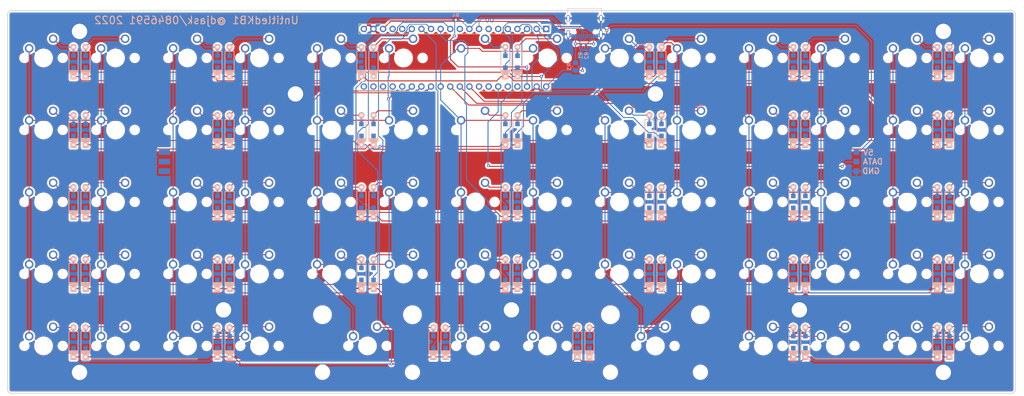
<source format=kicad_pcb>
(kicad_pcb (version 20211014) (generator pcbnew)
  (layers (0 "F.Cu" signal) (31 "B.Cu" signal) (34 "B.Paste" user) (35 "F.Paste" user) (36 "B.SilkS" user "B.Silkscreen") (37 "F.SilkS" user "F.Silkscreen") (38 "B.Mask" user) (39 "F.Mask" user) (44 "Edge.Cuts" user))
  (net 0 "")
  (net 1 "R0")
  (net 2 "R1")
  (net 3 "R2")
  (net 4 "R3")
  (net 5 "R4")
  (net 6 "R5")
  (net 7 "R6")
  (net 8 "R7")
  (net 9 "R8")
  (net 10 "R9")
  (net 11 "GND")
  (net 12 "+5V")
  (net 13 "LED")
  (net 14 "D+")
  (net 15 "D-")
  (net 16 "Net-(J2-PadA5)")
  (net 18 "Net-(J2-PadB5)")
  (net 19 "C0")
  (net 20 "C1")
  (net 21 "C2")
  (net 22 "C3")
  (net 23 "C4")
  (net 24 "C5")
  (net 25 "C6")
  (net 26 "+3V3")
  (net 42 "Net-(D1-Pad2)")
  (net 43 "Net-(D2-Pad2)")
  (net 44 "Net-(D3-Pad2)")
  (net 45 "Net-(D4-Pad2)")
  (net 46 "Net-(D5-Pad2)")
  (net 47 "Net-(D6-Pad2)")
  (net 48 "Net-(D7-Pad2)")
  (net 49 "Net-(D8-Pad2)")
  (net 50 "Net-(D9-Pad2)")
  (net 51 "Net-(D10-Pad2)")
  (net 52 "Net-(D11-Pad2)")
  (net 53 "Net-(D12-Pad2)")
  (net 54 "Net-(D13-Pad2)")
  (net 55 "Net-(D14-Pad2)")
  (net 56 "Net-(D15-Pad2)")
  (net 57 "Net-(D16-Pad2)")
  (net 58 "Net-(D17-Pad2)")
  (net 59 "Net-(D18-Pad2)")
  (net 60 "Net-(D19-Pad2)")
  (net 61 "Net-(D20-Pad2)")
  (net 62 "Net-(D21-Pad2)")
  (net 63 "Net-(D22-Pad2)")
  (net 64 "Net-(D23-Pad2)")
  (net 65 "Net-(D24-Pad2)")
  (net 66 "Net-(D25-Pad2)")
  (net 67 "Net-(D26-Pad2)")
  (net 68 "Net-(D27-Pad2)")
  (net 69 "Net-(D28-Pad2)")
  (net 70 "Net-(D29-Pad2)")
  (net 71 "Net-(D30-Pad2)")
  (net 72 "Net-(D31-Pad2)")
  (net 73 "Net-(D32-Pad2)")
  (net 74 "Net-(D33-Pad2)")
  (net 75 "Net-(D34-Pad2)")
  (net 76 "Net-(D35-Pad2)")
  (net 77 "Net-(D36-Pad2)")
  (net 78 "Net-(D37-Pad2)")
  (net 79 "Net-(D38-Pad2)")
  (net 80 "Net-(D39-Pad2)")
  (net 81 "Net-(D40-Pad2)")
  (net 82 "Net-(D41-Pad2)")
  (net 83 "Net-(D42-Pad2)")
  (net 84 "Net-(D43-Pad2)")
  (net 85 "Net-(D44-Pad2)")
  (net 86 "Net-(D45-Pad2)")
  (net 87 "Net-(D46-Pad2)")
  (net 88 "Net-(D47-Pad2)")
  (net 89 "Net-(D48-Pad2)")
  (net 90 "Net-(D49-Pad2)")
  (net 91 "Net-(D50-Pad2)")
  (net 92 "Net-(D51-Pad2)")
  (net 93 "Net-(D52-Pad2)")
  (net 94 "Net-(D53-Pad2)")
  (net 95 "Net-(D54-Pad2)")
  (net 96 "Net-(D55-Pad2)")
  (net 97 "Net-(D56-Pad2)")
  (net 98 "Net-(D57-Pad2)")
  (net 99 "Net-(D58-Pad2)")
  (net 100 "Net-(D59-Pad2)")
  (net 101 "Net-(D60-Pad2)")
  (net 102 "Net-(D61-Pad2)")
  (net 103 "Net-(D62-Pad2)")
  (net 104 "Net-(D63-Pad2)")
  (net 105 "Net-(D64-Pad2)")
  (net 106 "Net-(D65-Pad2)")
  (net 107 "Net-(D66-Pad2)")
  (net 108 "Net-(D67-Pad2)")
  (net 109 "Net-(D68-Pad2)")
  (net 110 "VBUS")
  (footprint "MX_Only:MXOnly-1U-NoLED" (layer "F.Cu") (at 47.625 28.575)
    (fp_text reference "SW17")
    (fp_text value "SW_Push")
  )
  (footprint "MX_Only:MXOnly-1U-NoLED" (layer "F.Cu") (at 47.625 47.625)
    (fp_text reference "SW31")
    (fp_text value "SW_Push")
  )
  (footprint "footprints:Mounting_Hole" (layer "F.Cu") (at 19.05 92.75)
    (fp_text reference "H8")
    (fp_text value "MountingHole_Pad")
  )
  (footprint "MX_Only:MXOnly-1U-NoLED" (layer "F.Cu") (at 47.625 9.525)
    (fp_text reference "SW3")
    (fp_text value "SW_Push")
  )
  (footprint "MX_Only:MXOnly-1U-NoLED" (layer "F.Cu") (at 28.575 47.625)
    (fp_text reference "SW30")
    (fp_text value "SW_Push")
  )
  (footprint "MX_Only:MXOnly-1U-NoLED" (layer "F.Cu") (at 66.675 85.725)
    (fp_text reference "SW60")
    (fp_text value "SW_Push")
  )
  (footprint "MX_Only:MXOnly-1U-NoLED" (layer "F.Cu") (at 85.725 47.625)
    (fp_text reference "SW33")
    (fp_text value "SW_Push")
  )
  (footprint "MX_Only:MXOnly-1U-NoLED" (layer "F.Cu") (at 66.675 66.675)
    (fp_text reference "SW46")
    (fp_text value "SW_Push")
  )
  (footprint "MX_Only:MXOnly-1U-NoLED" (layer "F.Cu") (at 200.025 85.725)
    (fp_text reference "SW65")
    (fp_text value "SW_Push")
  )
  (footprint "MX_Only:MXOnly-1U-NoLED" (layer "F.Cu") (at 9.525 85.725)
    (fp_text reference "SW57")
    (fp_text value "SW_Push")
  )
  (footprint "footprints:YAAJ_WeAct_BlackPill_2" (layer "F.Cu") (at 142.55 1.85 -90)
    (fp_text reference "U1" hide)
    (fp_text value "YAAJ_WeAct_BlackPill_Part_Like_SWD_Breakout" hide)
  )
  (footprint "MX_Only:MXOnly-1U-NoLED" (layer "F.Cu") (at 257.175 85.725)
    (fp_text reference "SW68")
    (fp_text value "SW_Push")
  )
  (footprint "MX_Only:MXOnly-1U-NoLED" (layer "F.Cu") (at 85.725 66.675)
    (fp_text reference "SW47")
    (fp_text value "SW_Push")
  )
  (footprint "MX_Only:MXOnly-1U-NoLED" (layer "F.Cu") (at 161.925 66.675)
    (fp_text reference "SW51")
    (fp_text value "SW_Push")
  )
  (footprint "MX_Only:MXOnly-1U-NoLED" (layer "F.Cu") (at 9.525 66.675)
    (fp_text reference "SW43")
    (fp_text value "SW_Push")
  )
  (footprint "MX_Only:MXOnly-1U-NoLED" (layer "F.Cu") (at 28.575 85.725)
    (fp_text reference "SW58")
    (fp_text value "SW_Push")
  )
  (footprint "MX_Only:MXOnly-1U-NoLED" (layer "F.Cu") (at 9.525 9.525)
    (fp_text reference "SW1")
    (fp_text value "SW_Push")
  )
  (footprint "MX_Only:MXOnly-1U-NoLED" (layer "F.Cu") (at 257.175 47.625)
    (fp_text reference "SW42")
    (fp_text value "SW_Push")
  )
  (footprint "MX_Only:MXOnly-1U-NoLED" (layer "F.Cu") (at 200.025 9.525)
    (fp_text reference "SW11")
    (fp_text value "SW_Push")
  )
  (footprint "MX_Only:MXOnly-1U-NoLED" (layer "F.Cu") (at 219.075 66.675)
    (fp_text reference "SW54")
    (fp_text value "SW_Push")
  )
  (footprint "MX_Only:MXOnly-1U-NoLED" (layer "F.Cu") (at 180.975 47.625)
    (fp_text reference "SW38")
    (fp_text value "SW_Push")
  )
  (footprint "MX_Only:MXOnly-1U-NoLED" (layer "F.Cu") (at 142.875 85.725)
    (fp_text reference "SW63")
    (fp_text value "SW_Push")
  )
  (footprint "MX_Only:MXOnly-1U-NoLED" (layer "F.Cu") (at 85.725 9.525)
    (fp_text reference "SW5")
    (fp_text value "SW_Push")
  )
  (footprint "MX_Only:MXOnly-1U-NoLED" (layer "F.Cu") (at 180.975 9.525)
    (fp_text reference "SW10")
    (fp_text value "SW_Push")
  )
  (footprint "MX_Only:MXOnly-1U-NoLED" (layer "F.Cu") (at 180.975 66.675)
    (fp_text reference "SW52")
    (fp_text value "SW_Push")
  )
  (footprint "footprints:Mounting_Hole" (layer "F.Cu") (at 171.45 19.05)
    (fp_text reference "H3")
    (fp_text value "MountingHole_Pad")
  )
  (footprint "MX_Only:MXOnly-1U-NoLED" (layer "F.Cu") (at 161.925 28.575)
    (fp_text reference "SW23")
    (fp_text value "SW_Push")
  )
  (footprint "MX_Only:MXOnly-1U-NoLED" (layer "F.Cu") (at 104.775 66.675)
    (fp_text reference "SW48")
    (fp_text value "SW_Push")
  )
  (footprint "footprints:Mounting_Hole" (layer "F.Cu") (at 209.55 76.2)
    (fp_text reference "H7")
    (fp_text value "MountingHole_Pad")
  )
  (footprint "MX_Only:MXOnly-1U-NoLED" (layer "F.Cu") (at 200.025 47.625)
    (fp_text reference "SW39")
    (fp_text value "SW_Push")
  )
  (footprint "footprints:Mounting_Hole" (layer "F.Cu") (at 247.65 92.75)
    (fp_text reference "H9")
    (fp_text value "MountingHole_Pad")
  )
  (footprint "MX_Only:MXOnly-1U-NoLED" (layer "F.Cu") (at 257.175 9.525)
    (fp_text reference "SW14")
    (fp_text value "SW_Push")
  )
  (footprint "MX_Only:MXOnly-1U-NoLED" (layer "F.Cu") (at 47.625 85.725)
    (fp_text reference "SW59")
    (fp_text value "SW_Push")
  )
  (footprint "MX_Only:MXOnly-1U-NoLED" (layer "F.Cu") (at 257.175 66.675)
    (fp_text reference "SW56")
    (fp_text value "SW_Push")
  )
  (footprint "MX_Only:MXOnly-1U-NoLED" (layer "F.Cu") (at 123.825 66.675)
    (fp_text reference "SW49")
    (fp_text value "SW_Push")
  )
  (footprint "MX_Only:MXOnly-1U-NoLED" (layer "F.Cu") (at 219.075 85.725)
    (fp_text reference "SW66")
    (fp_text value "SW_Push")
  )
  (footprint "MX_Only:MXOnly-1U-NoLED" (layer "F.Cu") (at 142.875 66.675)
    (fp_text reference "SW50")
    (fp_text value "SW_Push")
  )
  (footprint "footprints:Mounting_Hole" (layer "F.Cu") (at 133.35 76.2)
    (fp_text reference "H6")
    (fp_text value "MountingHole_Pad")
  )
  (footprint "MX_Only:MXOnly-1U-NoLED" (layer "F.Cu") (at 238.125 9.525)
    (fp_text reference "SW13")
    (fp_text value "SW_Push")
  )
  (footprint "MX_Only:MXOnly-1U-NoLED" (layer "F.Cu") (at 161.925 9.525)
    (fp_text reference "SW9")
    (fp_text value "SW_Push")
  )
  (footprint "MX_Only:MXOnly-1U-NoLED" (layer "F.Cu") (at 47.625 66.675)
    (fp_text reference "SW45")
    (fp_text value "SW_Push")
  )
  (footprint "MX_Only:MXOnly-1U-NoLED" (layer "F.Cu") (at 66.675 9.525)
    (fp_text reference "SW4")
    (fp_text value "SW_Push")
  )
  (footprint "MX_Only:MXOnly-1U-NoLED" (layer "F.Cu") (at 104.775 9.525)
    (fp_text reference "SW6")
    (fp_text value "SW_Push")
  )
  (footprint "MX_Only:MXOnly-1U-NoLED" (layer "F.Cu") (at 219.075 47.625)
    (fp_text reference "SW40")
    (fp_text value "SW_Push")
  )
  (footprint "MX_Only:MXOnly-1U-NoLED" (layer "F.Cu") (at 200.025 66.675)
    (fp_text reference "SW53")
    (fp_text value "SW_Push")
  )
  (footprint "MX_Only:MXOnly-1U-NoLED" (layer "F.Cu") (at 9.525 47.625)
    (fp_text reference "SW29")
    (fp_text value "SW_Push")
  )
  (footprint "MX_Only:MXOnly-1U-NoLED" (layer "F.Cu") (at 142.875 28.575)
    (fp_text reference "SW22")
    (fp_text value "SW_Push")
  )
  (footprint "MX_Only:MXOnly-1U-NoLED" (layer "F.Cu") (at 104.775 47.625)
    (fp_text reference "SW34")
    (fp_text value "SW_Push")
  )
  (footprint "MX_Only:MXOnly-1U-NoLED" (layer "F.Cu") (at 123.825 9.525)
    (fp_text reference "SW7")
    (fp_text value "SW_Push")
  )
  (footprint "MX_Only:MXOnly-1U-NoLED" (layer "F.Cu") (at 180.975 28.575)
    (fp_text reference "SW24")
    (fp_text value "SW_Push")
  )
  (footprint "MX_Only:MXOnly-1U-NoLED" (layer "F.Cu") (at 123.825 85.725)
    (fp_text reference "SW62")
    (fp_text value "SW_Push")
  )
  (footprint "MX_Only:MXOnly-1U-NoLED" (layer "F.Cu") (at 9.525 28.575)
    (fp_text reference "SW15")
    (fp_text value "SW_Push")
  )
  (footprint "footprints:Mounting_Hole" (layer "F.Cu") (at 247.65 2.5)
    (fp_text reference "H4")
    (fp_text value "MountingHole_Pad")
  )
  (footprint "MX_Only:MXOnly-1U-NoLED" (layer "F.Cu") (at 28.575 9.525)
    (fp_text reference "SW2")
    (fp_text value "SW_Push")
  )
  (footprint "footprints:Mounting_Hole" (layer "F.Cu") (at 57.15 76.2)
    (fp_text reference "H5")
    (fp_text value "MountingHole_Pad")
  )
  (footprint "MX_Only:MXOnly-1U-NoLED" (layer "F.Cu") (at 66.675 28.575)
    (fp_text reference "SW18")
    (fp_text value "SW_Push")
  )
  (footprint "MX_Only:MXOnly-1U-NoLED" (layer "F.Cu") (at 219.075 9.525)
    (fp_text reference "SW12")
    (fp_text value "SW_Push")
  )
  (footprint "MX_Only:MXOnly-2U-ReversedStabilizers-NoLED" (layer "F.Cu") (at 95.25 85.725)
    (fp_text reference "SW61")
    (fp_text value "SW_Push")
  )
  (footprint "MX_Only:MXOnly-1U-NoLED" (layer "F.Cu") (at 238.125 85.725)
    (fp_text reference "SW67")
    (fp_text value "SW_Push")
  )
  (footprint "MX_Only:MXOnly-1U-NoLED" (layer "F.Cu") (at 142.875 47.625)
    (fp_text reference "SW36")
    (fp_text value "SW_Push")
  )
  (footprint "MX_Only:MXOnly-1U-NoLED" (layer "F.Cu") (at 238.125 66.675)
    (fp_text reference "SW55")
    (fp_text value "SW_Push")
  )
  (footprint "MX_Only:MXOnly-1U-NoLED" (layer "F.Cu") (at 219.075 28.575)
    (fp_text reference "SW26")
    (fp_text value "SW_Push")
  )
  (footprint "footprints:Mounting_Hole" (layer "F.Cu") (at 76.2 19.05)
    (fp_text reference "H2")
    (fp_text value "MountingHole_Pad")
  )
  (footprint "MX_Only:MXOnly-1U-NoLED" (layer "F.Cu") (at 142.875 9.525)
    (fp_text reference "SW8")
    (fp_text value "SW_Push")
  )
  (footprint "MX_Only:MXOnly-1U-NoLED" (layer "F.Cu") (at 161.925 47.625)
    (fp_text reference "SW37")
    (fp_text value "SW_Push")
  )
  (footprint "MX_Only:MXOnly-1U-NoLED" (layer "F.Cu") (at 200.025 28.575)
    (fp_text reference "SW25")
    (fp_text value "SW_Push")
  )
  (footprint "MX_Only:MXOnly-2U-ReversedStabilizers-NoLED" (layer "F.Cu") (at 171.45 85.725)
    (fp_text reference "SW64")
    (fp_text value "SW_Push")
  )
  (footprint "MX_Only:MXOnly-1U-NoLED" (layer "F.Cu") (at 238.125 47.625)
    (fp_text reference "SW41")
    (fp_text value "SW_Push")
  )
  (footprint "MX_Only:MXOnly-1U-NoLED" (layer "F.Cu") (at 123.825 28.575)
    (fp_text reference "SW21")
    (fp_text value "SW_Push")
  )
  (footprint "MX_Only:MXOnly-1U-NoLED" (layer "F.Cu") (at 85.725 28.575)
    (fp_text reference "SW19")
    (fp_text value "SW_Push")
  )
  (footprint "MX_Only:MXOnly-1U-NoLED" (layer "F.Cu") (at 66.675 47.625)
    (fp_text reference "SW32")
    (fp_text value "SW_Push")
  )
  (footprint "MX_Only:MXOnly-1U-NoLED" (layer "F.Cu") (at 104.775 28.575)
    (fp_text reference "SW20")
    (fp_text value "SW_Push")
  )
  (footprint "footprints:Mounting_Hole" (layer "F.Cu") (at 19.05 2.5)
    (fp_text reference "H1")
    (fp_text value "MountingHole_Pad")
  )
  (footprint "MX_Only:MXOnly-1U-NoLED" (layer "F.Cu") (at 257.175 28.575)
    (fp_text reference "SW28")
    (fp_text value "SW_Push")
  )
  (footprint "MX_Only:MXOnly-1U-NoLED" (layer "F.Cu") (at 28.575 66.675)
    (fp_text reference "SW44")
    (fp_text value "SW_Push")
  )
  (footprint "MX_Only:MXOnly-1U-NoLED" (layer "F.Cu") (at 238.125 28.575)
    (fp_text reference "SW27")
    (fp_text value "SW_Push")
  )
  (footprint "MX_Only:MXOnly-1U-NoLED" (layer "F.Cu") (at 28.575 28.575)
    (fp_text reference "SW16")
    (fp_text value "SW_Push")
  )
  (footprint "MX_Only:MXOnly-1U-NoLED" (layer "F.Cu") (at 123.825 47.625)
    (fp_text reference "SW35")
    (fp_text value "SW_Push")
  )
  (footprint "footprints:D_SOD123_axial" (layer "B.Cu") (at 134.95 66.675 90)
    (fp_text reference "D50" hide)
    (fp_text value "DIODE" hide)
  )
  (footprint "footprints:D_SOD123_axial" (layer "B.Cu") (at 96.85 10.525 90)
    (fp_text reference "D6" hide)
    (fp_text value "DIODE" hide)
  )
  (footprint "footprints:D_SOD123_axial" (layer "B.Cu") (at 249.25 28.575 90)
    (fp_text reference "D28" hide)
    (fp_text value "DIODE" hide)
  )
  (footprint "footprints:D_SOD123_axial" (layer "B.Cu") (at 211.15 28.575 90)
    (fp_text reference "D26" hide)
    (fp_text value "DIODE" hide)
  )
  (footprint "footprints:D_SOD123_axial" (layer "B.Cu") (at 134.95 10.525 90)
    (fp_text reference "D8" hide)
    (fp_text value "DIODE" hide)
  )
  (footprint "Resistor_SMD:R_0805_2012Metric_Pad1.20x1.40mm_HandSolder" (layer "B.Cu") (at 150.3 11.8 -90)
    (fp_text reference "R3")
    (fp_text value "0 Ohm")
  )
  (footprint "footprints:D_SOD123_axial" (layer "B.Cu") (at 96.85 47.625 90)
    (fp_text reference "D34" hide)
    (fp_text value "DIODE" hide)
  )
  (footprint "footprints:D_SOD123_axial" (layer "B.Cu") (at 154 84.725 90)
    (fp_text reference "D64" hide)
    (fp_text value "DIODE" hide)
  )
  (footprint "footprints:D_SOD123_axial" (layer "B.Cu") (at 207.95 47.625 90)
    (fp_text reference "D39" hide)
    (fp_text value "DIODE" hide)
  )
  (footprint "footprints:D_SOD123_axial" (layer "B.Cu") (at 20.65 84.725 90)
    (fp_text reference "D58" hide)
    (fp_text value "DIODE" hide)
  )
  (footprint "footprints:D_SOD123_axial" (layer "B.Cu") (at 249.25 10.525 90)
    (fp_text reference "D14" hide)
    (fp_text value "DIODE" hide)
  )
  (footprint "footprints:D_SOD123_axial" (layer "B.Cu") (at 20.65 47.625 90)
    (fp_text reference "D30" hide)
    (fp_text value "DIODE" hide)
  )
  (footprint "footprints:D_SOD123_axial" (layer "B.Cu") (at 134.95 47.625 90)
    (fp_text reference "D36" hide)
    (fp_text value "DIODE" hide)
  )
  (footprint "footprints:StripLED_front" (layer "B.Cu") (at 224.65 39.5)
    (fp_text reference "J1" hide)
    (fp_text value "Conn_01x03" hide)
  )
  (footprint "footprints:D_SOD123_axial" (layer "B.Cu") (at 173.05 47.625 90)
    (fp_text reference "D38" hide)
    (fp_text value "DIODE" hide)
  )
  (footprint "footprints:D_SOD123_axial" (layer "B.Cu") (at 17.45 84.725 90)
    (fp_text reference "D57" hide)
    (fp_text value "DIODE" hide)
  )
  (footprint "footprints:D_SOD123_axial" (layer "B.Cu") (at 93.65 28.575 90)
    (fp_text reference "D19" hide)
    (fp_text value "DIODE" hide)
  )
  (footprint "footprints:D_SOD123_axial" (layer "B.Cu") (at 169.85 28.575 90)
    (fp_text reference "D23" hide)
    (fp_text value "DIODE" hide)
  )
  (footprint "footprints:D_SOD123_axial" (layer "B.Cu") (at 246.05 66.675 90)
    (fp_text reference "D55" hide)
    (fp_text value "DIODE" hide)
  )
  (footprint "footprints:D_SOD123_axial" (layer "B.Cu") (at 173.05 10.525 90)
    (fp_text reference "D10" hide)
    (fp_text value "DIODE" hide)
  )
  (footprint "footprints:D_SOD123_axial" (layer "B.Cu") (at 207.95 84.725 90)
    (fp_text reference "D65" hide)
    (fp_text value "DIODE" hide)
  )
  (footprint "footprints:D_SOD123_axial" (layer "B.Cu") (at 55.55 10.525 90)
    (fp_text reference "D3" hide)
    (fp_text value "DIODE" hide)
  )
  (footprint "Resistor_SMD:R_0402_1005Metric_Pad0.72x0.64mm_HandSolder" (layer "B.Cu") (at 153.1 6.8 -90)
    (fp_text reference "R2")
    (fp_text value "5.1K")
  )
  (footprint "Connector_USB:USB_C_Receptacle_Palconn_UTC16-G" (layer "B.Cu") (at 152.7 1.275)
    (fp_text reference "J2" hide)
    (fp_text value "USB_C_Receptacle")
  )
  (footprint "footprints:D_SOD123_axial" (layer "B.Cu") (at 246.05 47.625 90)
    (fp_text reference "D41" hide)
    (fp_text value "DIODE" hide)
  )
  (footprint "footprints:D_SOD123_axial" (layer "B.Cu") (at 207.95 66.675 90)
    (fp_text reference "D53" hide)
    (fp_text value "DIODE" hide)
  )
  (footprint "footprints:D_SOD123_axial" (layer "B.Cu") (at 169.85 47.625 90)
    (fp_text reference "D37" hide)
    (fp_text value "DIODE" hide)
  )
  (footprint "footprints:D_SOD123_axial" (layer "B.Cu") (at 58.75 10.525 90)
    (fp_text reference "D4" hide)
    (fp_text value "DIODE" hide)
  )
  (footprint "footprints:D_SOD123_axial" (layer "B.Cu") (at 169.85 66.675 90)
    (fp_text reference "D51" hide)
    (fp_text value "DIODE" hide)
  )
  (footprint "footprints:D_SOD123_axial" (layer "B.Cu") (at 211.15 66.675 90)
    (fp_text reference "D54" hide)
    (fp_text value "DIODE" hide)
  )
  (footprint "footprints:D_SOD123_axial" (layer "B.Cu") (at 17.45 10.525 90)
    (fp_text reference "D1" hide)
    (fp_text value "DIODE" hide)
  )
  (footprint "footprints:D_SOD123_axial" (layer "B.Cu") (at 207.95 10.525 90)
    (fp_text reference "D11" hide)
    (fp_text value "DIODE" hide)
  )
  (footprint "footprints:D_SOD123_axial" (layer "B.Cu") (at 246.05 84.725 90)
    (fp_text reference "D67" hide)
    (fp_text value "DIODE" hide)
  )
  (footprint "footprints:D_SOD123_axial" (layer "B.Cu") (at 58.75 66.675 90)
    (fp_text reference "D46" hide)
    (fp_text value "DIODE" hide)
  )
  (footprint "footprints:D_SOD123_axial" (layer "B.Cu") (at 131.75 66.675 90)
    (fp_text reference "D49" hide)
    (fp_text value "DIODE" hide)
  )
  (footprint "footprints:D_SOD123_axial" (layer "B.Cu") (at 249.25 84.725 90)
    (fp_text reference "D68" hide)
    (fp_text value "DIODE" hide)
  )
  (footprint "footprints:D_SOD123_axial" (layer "B.Cu") (at 207.95 28.575 90)
    (fp_text reference "D25" hide)
    (fp_text value "DIODE" hide)
  )
  (footprint "footprints:D_SOD123_axial" (layer "B.Cu") (at 211.15 10.525 90)
    (fp_text reference "D12" hide)
    (fp_text value "DIODE" hide)
  )
  (footprint "footprints:D_SOD123_axial" (layer "B.Cu") (at 169.85 10.525 90)
    (fp_text reference "D9" hide)
    (fp_text value "DIODE" hide)
  )
  (footprint "Resistor_SMD:R_0402_1005Metric_Pad0.72x0.64mm_HandSolder" (layer "B.Cu") (at 151.7 6.8 -90)
    (fp_text reference "R1")
    (fp_text value "5.1K")
  )
  (footprint "footprints:D_SOD123_axial" (layer "B.Cu") (at 58.75 84.725 90)
    (fp_text reference "D60" hide)
    (fp_text value "DIODE" hide)
  )
  (footprint "footprints:D_SOD123_axial" (layer "B.Cu") (at 173.05 28.575 90)
    (fp_text reference "D24" hide)
    (fp_text value "DIODE" hide)
  )
  (footprint "footprints:D_SOD123_axial" (layer "B.Cu") (at 211.15 47.625 90)
    (fp_text reference "D40" hide)
    (fp_text value "DIODE" hide)
  )
  (footprint "footprints:D_SOD123_axial" (layer "B.Cu") (at 17.45 47.625 90)
    (fp_text reference "D29" hide)
    (fp_text value "DIODE" hide)
  )
  (footprint "footprints:D_SOD123_axial" (layer "B.Cu") (at 249.25 47.625 90)
    (fp_text reference "D42" hide)
    (fp_text value "DIODE" hide)
  )
  (footprint "footprints:D_SOD123_axial" (layer "B.Cu") (at 93.65 10.525 90)
    (fp_text reference "D5" hide)
    (fp_text value "DIODE" hide)
  )
  (footprint "footprints:D_SOD123_axial" (layer "B.Cu") (at 150.8 84.725 90)
    (fp_text reference "D63" hide)
    (fp_text value "DIODE" hide)
  )
  (footprint "footprints:D_SOD123_axial" (layer "B.Cu") (at 20.65 28.575 90)
    (fp_text reference "D16" hide)
    (fp_text value "DIODE" hide)
  )
  (footprint "footprints:D_SOD123_axial" (layer "B.Cu") (at 112.7 84.725 90)
    (fp_text reference "D61" hide)
    (fp_text value "DIODE" hide)
  )
  (footprint "footprints:D_SOD123_axial" (layer "B.Cu") (at 96.85 28.575 90)
    (fp_text reference "D20" hide)
    (fp_text value "DIODE" hide)
  )
  (footprint "footprints:D_SOD123_axial" (layer "B.Cu") (at 55.55 47.625 90)
    (fp_text reference "D31" hide)
    (fp_text value "DIODE" hide)
  )
  (footprint "footprints:D_SOD123_axial" (layer "B.Cu") (at 93.65 66.675 90)
    (fp_text reference "D47" hide)
    (fp_text value "DIODE" hide)
  )
  (footprint "footprints:D_SOD123_axial" (layer "B.Cu") (at 173.05 66.675 90)
    (fp_text reference "D52" hide)
    (fp_text value "DIODE" hide)
  )
  (footprint "Resistor_SMD:R_0402_1005Metric_Pad0.72x0.64mm_HandSolder" (layer "B.Cu") (at 118.62 -0.5 180)
    (fp_text reference "R4")
    (fp_text value "1.5K")
  )
  (footprint "footprints:D_SOD123_axial" (layer "B.Cu") (at 58.75 47.625 90)
    (fp_text reference "D32" hide)
    (fp_text value "DIODE" hide)
  )
  (footprint "footprints:D_SOD123_axial" (layer "B.Cu") (at 131.75 10.525 90)
    (fp_text reference "D7" hide)
    (fp_text value "DIODE" hide)
  )
  (footprint "footprints:D_SOD123_axial" (layer "B.Cu") (at 58.75 28.575 90)
    (fp_text reference "D18" hide)
    (fp_text value "DIODE" hide)
  )
  (footprint "footprints:D_SOD123_axial" (layer "B.Cu") (at 96.85 66.675 90)
    (fp_text reference "D48" hide)
    (fp_text value "DIODE" hide)
  )
  (footprint "footprints:D_SOD123_axial" (layer "B.Cu") (at 17.45 28.575 90)
    (fp_text reference "D15" hide)
    (fp_text value "DIODE" hide)
  )
  (footprint "footprints:D_SOD123_axial" (layer "B.Cu") (at 20.65 66.675 90)
    (fp_text reference "D44" hide)
    (fp_text value "DIODE" hide)
  )
  (footprint "footprints:D_SOD123_axial" (layer "B.Cu") (at 246.05 10.525 90)
    (fp_text reference "D13" hide)
    (fp_text value "DIODE" hide)
  )
  (footprint "footprints:D_SOD123_axial" (layer "B.Cu") (at 17.45 66.675 90)
    (fp_text reference "D43" hide)
    (fp_text value "DIODE" hide)
  )
  (footprint "footprints:D_SOD123_axial" (layer "B.Cu") (at 249.25 66.675 90)
    (fp_text reference "D56" hide)
    (fp_text value "DIODE" hide)
  )
  (footprint "footprints:D_SOD123_axial" (layer "B.Cu") (at 211.15 84.725 90)
    (fp_text reference "D66" hide)
    (fp_text value "DIODE" hide)
  )
  (footprint "footprints:D_SOD123_axial" (layer "B.Cu") (at 93.65 47.625 90)
    (fp_text reference "D33" hide)
    (fp_text value "DIODE" hide)
  )
  (footprint "footprints:D_SOD123_axial" (layer "B.Cu") (at 131.75 47.625 90)
    (fp_text reference "D35" hide)
    (fp_text value "DIODE" hide)
  )
  (footprint "footprints:D_SOD123_axial" (layer "B.Cu") (at 55.55 84.725 90)
    (fp_text reference "D59" hide)
    (fp_text value "DIODE" hide)
  )
  (footprint "footprints:D_SOD123_axial" (layer "B.Cu") (at 134.95 28.575 90)
    (fp_text reference "D22" hide)
    (fp_text value "DIODE" hide)
  )
  (footprint "footprints:D_SOD123_axial" (layer "B.Cu") (at 115.9 84.725 90)
    (fp_text reference "D62" hide)
    (fp_text value "DIODE" hide)
  )
  (footprint "footprints:D_SOD123_axial" (layer "B.Cu") (at 246.05 28.575 90)
    (fp_text reference "D27" hide)
    (fp_text value "DIODE" hide)
  )
  (footprint "footprints:D_SOD123_axial" (layer "B.Cu") (at 55.55 28.575 90)
    (fp_text reference "D17" hide)
    (fp_text value "DIODE" hide)
  )
  (footprint "footprints:D_SOD123_axial" (layer "B.Cu") (at 20.65 10.525 90)
    (fp_text reference "D2" hide)
    (fp_text value "DIODE" hide)
  )
  (footprint "footprints:StripLED_front" (layer "B.Cu") (at 41.5 39.5)
    (fp_text reference "J3" hide)
    (fp_text value "Conn_01x03" hide)
  )
  (footprint "footprints:D_SOD123_axial" (layer "B.Cu") (at 131.75 28.575 90)
    (fp_text reference "D21" hide)
    (fp_text value "DIODE" hide)
  )
  (footprint "footprints:D_SOD123_axial" (layer "B.Cu") (at 55.55 66.675 90)
    (fp_text reference "D45" hide)
    (fp_text value "DIODE" hide)
  )
  (gr_line (start 265.7 98.25) (end 1 98.25) (layer "Edge.Cuts") (width 0.2))
  (gr_arc (start 0 -2) (mid 0.292893 -2.707107) (end 1 -3) (layer "Edge.Cuts") (width 0.2))
  (gr_line (start 0 97.25) (end 0 -2) (layer "Edge.Cuts") (width 0.2))
  (gr_arc (start 266.7 97.25) (mid 266.407107 97.957107) (end 265.7 98.25) (layer "Edge.Cuts") (width 0.2))
  (gr_arc (start 1 98.25) (mid 0.292893 97.957107) (end 0 97.25) (layer "Edge.Cuts") (width 0.2))
  (gr_arc (start 265.7 -3) (mid 266.407107 -2.707107) (end 266.7 -2) (layer "Edge.Cuts") (width 0.2))
  (gr_line (start 266.7 -2) (end 266.7 97.25) (layer "Edge.Cuts") (width 0.2))
  (gr_line (start 1 -3) (end 265.7 -3) (layer "Edge.Cuts") (width 0.2))
  (gr_text "DATA" (at 226.19 36.96) (layer "B.SilkS") (effects (font (size 1.5 1.5) (thickness 0.3)) (justify right mirror)))
  (gr_text "5V" (at 226.24 34.56) (layer "B.SilkS") (effects (font (size 1.5 1.5) (thickness 0.3)) (justify right mirror)))
  (gr_text "GND" (at 226.04 39.46) (layer "B.SilkS") (effects (font (size 1.5 1.5) (thickness 0.3)) (justify right mirror)))
  (gr_text "UntitledKB1 @djask/0846591 2022" (at 50 -0.45) (layer "B.SilkS") (effects (font (size 2 2) (thickness 0.3)) (justify mirror)))
  (segment (start 129.4765 15.5732) (end 95.3609 15.5732) (width 0.25) (layer "F.Cu") (net 1))
  (segment (start 18.5753 14.425) (end 19.7006 15.5503) (width 0.25) (layer "F.Cu") (net 1))
  (segment (start 246.05 14.425) (end 244.9247 14.425) (width 0.25) (layer "F.Cu") (net 1))
  (segment (start 169.85 14.425) (end 170.9753 14.425) (width 0.25) (layer "F.Cu") (net 1))
  (segment (start 17.45 14.425) (end 18.5753 14.425) (width 0.25) (layer "F.Cu") (net 1))
  (segment (start 206.8247 14.425) (end 205.6994 13.2997) (width 0.25) (layer "F.Cu") (net 1))
  (segment (start 169.85 14.425) (end 168.7247 14.425) (width 0.25) (layer "F.Cu") (net 1))
  (segment (start 130.6247 14.425) (end 129.4765 15.5732) (width 0.25) (layer "F.Cu") (net 1))
  (segment (start 207.95 14.425) (end 206.8247 14.425) (width 0.25) (layer "F.Cu") (net 1))
  (segment (start 93.65 14.425) (end 94.2127 14.425) (width 0.25) (layer "F.Cu") (net 1))
  (segment (start 172.1006 13.2997) (end 170.9753 14.425) (width 0.25) (layer "F.Cu") (net 1))
  (segment (start 167.5994 15.5503) (end 134.0006 15.5503) (width 0.25) (layer "F.Cu") (net 1))
  (segment (start 132.3127 14.425) (end 132.8753 14.425) (width 0.25) (layer "F.Cu") (net 1))
  (segment (start 244.9247 14.425) (end 243.7994 13.2997) (width 0.25) (layer "F.Cu") (net 1))
  (segment (start 55.55 14.425) (end 54.4247 14.425) (width 0.25) (layer "F.Cu") (net 1))
  (segment (start 134.0006 15.5503) (end 132.8753 14.425) (width 0.25) (layer "F.Cu") (net 1))
  (segment (start 210.2006 13.2997) (end 209.0753 14.425) (width 0.25) (layer "F.Cu") (net 1))
  (segment (start 168.7247 14.425) (end 167.5994 15.5503) (width 0.25) (layer "F.Cu") (net 1))
  (segment (start 131.75 14.425) (end 130.6247 14.425) (width 0.25) (layer "F.Cu") (net 1))
  (segment (start 94.2127 14.425) (end 93.0873 15.5504) (width 0.25) (layer "F.Cu") (net 1))
  (segment (start 243.7994 13.2997) (end 210.2006 13.2997) (width 0.25) (layer "F.Cu") (net 1))
  (segment (start 55.5501 15.5504) (end 54.4247 14.425) (width 0.25) (layer "F.Cu") (net 1))
  (segment (start 93.0873 15.5504) (end 55.5501 15.5504) (width 0.25) (layer "F.Cu") (net 1))
  (segment (start 207.95 14.425) (end 209.0753 14.425) (width 0.25) (layer "F.Cu") (net 1))
  (segment (start 205.6994 13.2997) (end 172.1006 13.2997) (width 0.25) (layer "F.Cu") (net 1))
  (segment (start 53.2994 15.5503) (end 54.4247 14.425) (width 0.25) (layer "F.Cu") (net 1))
  (segment (start 132.3127 14.425) (end 131.75 14.425) (width 0.25) (layer "F.Cu") (net 1))
  (segment (start 19.7006 15.5503) (end 53.2994 15.5503) (width 0.25) (layer "F.Cu") (net 1))
  (segment (start 95.3609 15.5732) (end 94.2127 14.425) (width 0.25) (layer "F.Cu") (net 1))
  (segment (start 131.75 12.1) (end 131.75 11.1747) (width 0.25) (layer "B.Cu") (net 1))
  (segment (start 17.45 13.225) (end 17.45 12.1) (width 0.25) (layer "B.Cu") (net 1))
  (segment (start 169.85 13.225) (end 169.85 12.1) (width 0.25) (layer "B.Cu") (net 1))
  (segment (start 132.4007 0.1716) (end 140.0636 0.1716) (width 0.25) (layer "B.Cu") (net 1))
  (segment (start 55.55 13.225) (end 55.55 12.1) (width 0.25) (layer "B.Cu") (net 1))
  (segment (start 246.05 14.425) (end 246.05 13.225) (width 0.25) (layer "B.Cu") (net 1))
  (segment (start 17.45 14.425) (end 17.45 13.225) (width 0.25) (layer "B.Cu") (net 1))
  (segment (start 131.75 14.425) (end 131.75 13.225) (width 0.25) (layer "B.Cu") (net 1))
  (segment (start 141.3747 1.4827) (end 141.3747 1.85) (width 0.25) (layer "B.Cu") (net 1))
  (segment (start 207.95 14.425) (end 207.95 13.225) (width 0.25) (layer "B.Cu") (net 1))
  (segment (start 55.55 14.425) (end 55.55 13.225) (width 0.25) (layer "B.Cu") (net 1))
  (segment (start 207.95 13.225) (end 207.95 12.1) (width 0.25) (layer "B.Cu") (net 1))
  (segment (start 131.75 11.1747) (end 132.9442 9.9805) (width 0.25) (layer "B.Cu") (net 1))
  (segment (start 142.55 1.85) (end 141.3747 1.85) (width 0.25) (layer "B.Cu") (net 1))
  (segment (start 169.85 14.425) (end 169.85 13.225) (width 0.25) (layer "B.Cu") (net 1))
  (segment (start 132.9442 9.9805) (end 132.9442 4.3044) (width 0.25) (layer "B.Cu") (net 1))
  (segment (start 93.65 13.225) (end 93.65 14.425) (width 0.25) (layer "B.Cu") (net 1))
  (segment (start 246.05 13.225) (end 246.05 12.1) (width 0.25) (layer "B.Cu") (net 1))
  (segment (start 132.9442 4.3044) (end 131.1831 2.5433) (width 0.25) (layer "B.Cu") (net 1))
  (segment (start 131.1831 1.3892) (end 132.4007 0.1716) (width 0.25) (layer "B.Cu") (net 1))
  (segment (start 140.0636 0.1716) (end 141.3747 1.4827) (width 0.25) (layer "B.Cu") (net 1))
  (segment (start 131.75 13.225) (end 131.75 12.1) (width 0.25) (layer "B.Cu") (net 1))
  (segment (start 131.1831 2.5433) (end 131.1831 1.3892) (width 0.25) (layer "B.Cu") (net 1))
  (segment (start 93.65 13.225) (end 93.65 12.1) (width 0.25) (layer "B.Cu") (net 1))
  (segment (start 208.8994 15.5503) (end 175.3006 15.5503) (width 0.25) (layer "F.Cu") (net 2))
  (segment (start 133.8247 14.425) (end 132.6994 13.2997) (width 0.25) (layer "F.Cu") (net 2))
  (segment (start 96.85 14.425) (end 96.85 13.2997) (width 0.25) (layer "F.Cu") (net 2))
  (segment (start 213.4006 15.5503) (end 246.9994 15.5503) (width 0.25) (layer "F.Cu") (net 2))
  (segment (start 20.65 14.425) (end 21.7753 14.425) (width 0.25) (layer "F.Cu") (net 2))
  (segment (start 58.75 14.425) (end 59.8753 14.425) (width 0.25) (layer "F.Cu") (net 2))
  (segment (start 61.0006 13.2997) (end 59.8753 14.425) (width 0.25) (layer "F.Cu") (net 2))
  (segment (start 58.75 14.425) (end 57.6247 14.425) (width 0.25) (layer "F.Cu") (net 2))
  (segment (start 141.265 14.425) (end 134.95 14.425) (width 0.25) (layer "F.Cu") (net 2))
  (segment (start 132.6994 13.2997) (end 96.85 13.2997) (width 0.25) (layer "F.Cu") (net 2))
  (segment (start 173.05 14.425) (end 174.1753 14.425) (width 0.25) (layer "F.Cu") (net 2))
  (segment (start 22.9006 13.2997) (end 56.4994 13.2997) (width 0.25) (layer "F.Cu") (net 2))
  (segment (start 210.5874 14.425) (end 210.0247 14.425) (width 0.25) (layer "F.Cu") (net 2))
  (segment (start 212.2753 14.425) (end 213.4006 15.5503) (width 0.25) (layer "F.Cu") (net 2))
  (segment (start 211.15 14.425) (end 212.2753 14.425) (width 0.25) (layer "F.Cu") (net 2))
  (segment (start 249.25 14.425) (end 248.1247 14.425) (width 0.25) (layer "F.Cu") (net 2))
  (segment (start 175.3006 15.5503) (end 174.1753 14.425) (width 0.25) (layer "F.Cu") (net 2))
  (segment (start 134.95 14.425) (end 133.8247 14.425) (width 0.25) (layer "F.Cu") (net 2))
  (segment (start 246.9994 15.5503) (end 248.1247 14.425) (width 0.25) (layer "F.Cu") (net 2))
  (segment (start 210.5874 14.425) (end 211.15 14.425) (width 0.25) (layer "F.Cu") (net 2))
  (segment (start 21.7753 14.425) (end 22.9006 13.2997) (width 0.25) (layer "F.Cu") (net 2))
  (segment (start 96.85 13.2997) (end 61.0006 13.2997) (width 0.25) (layer "F.Cu") (net 2))
  (segment (start 141.27 14.42) (end 141.265 14.425) (width 0.25) (layer "F.Cu") (net 2))
  (segment (start 210.0247 14.425) (end 208.8994 15.5503) (width 0.25) (layer "F.Cu") (net 2))
  (segment (start 56.4994 13.2997) (end 57.6247 14.425) (width 0.25) (layer "F.Cu") (net 2))
  (via (at 141.27 14.42) (size 0.8) (drill 0.4) (layers "F.Cu" "B.Cu") (net 2))
  (segment (start 173.05 14.425) (end 173.05 13.225) (width 0.25) (layer "B.Cu") (net 2))
  (segment (start 141.2713 17.4815) (end 142.0552 18.2654) (width 0.25) (layer "B.Cu") (net 2))
  (segment (start 96.85 14.425) (end 96.85 13.225) (width 0.25) (layer "B.Cu") (net 2))
  (segment (start 142.0552 18.2654) (end 168.0843 18.2654) (width 0.25) (layer "B.Cu") (net 2))
  (segment (start 141.27 14.4237) (end 141.2713 14.425) (width 0.25) (layer "B.Cu") (net 2))
  (segment (start 134.95 13.225) (end 134.95 12.1) (width 0.25) (layer "B.Cu") (net 2))
  (segment (start 58.75 13.225) (end 58.75 12.1) (width 0.25) (layer "B.Cu") (net 2))
  (segment (start 168.0843 18.2654) (end 171.9247 14.425) (width 0.25) (layer "B.Cu") (net 2))
  (segment (start 20.65 13.225) (end 20.65 12.1) (width 0.25) (layer "B.Cu") (net 2))
  (segment (start 145.6 10.149454) (end 145.6 7.44) (width 0.25) (layer "B.Cu") (net 2))
  (segment (start 249.25 14.425) (end 249.25 13.225) (width 0.25) (layer "B.Cu") (net 2))
  (segment (start 20.65 14.425) (end 20.65 13.225) (width 0.25) (layer "B.Cu") (net 2))
  (segment (start 141.2713 14.425) (end 141.324454 14.425) (width 0.25) (layer "B.Cu") (net 2))
  (segment (start 249.25 13.225) (end 249.25 12.1) (width 0.25) (layer "B.Cu") (net 2))
  (segment (start 141.2713 14.425) (end 141.2713 17.4815) (width 0.25) (layer "B.Cu") (net 2))
  (segment (start 211.15 14.425) (end 211.15 13.225) (width 0.25) (layer "B.Cu") (net 2))
  (segment (start 173.05 14.425) (end 171.9247 14.425) (width 0.25) (layer "B.Cu") (net 2))
  (segment (start 141.324454 14.425) (end 145.6 10.149454) (width 0.25) (layer "B.Cu") (net 2))
  (segment (start 211.15 13.225) (end 211.15 12.1) (width 0.25) (layer "B.Cu") (net 2))
  (segment (start 96.85 13.225) (end 96.85 12.1) (width 0.25) (layer "B.Cu") (net 2))
  (segment (start 58.75 14.425) (end 58.75 13.225) (width 0.25) (layer "B.Cu") (net 2))
  (segment (start 145.6 7.44) (end 140.01 1.85) (width 0.25) (layer "B.Cu") (net 2))
  (segment (start 173.05 13.225) (end 173.05 12.1) (width 0.25) (layer "B.Cu") (net 2))
  (segment (start 141.27 14.42) (end 141.27 14.4237) (width 0.25) (layer "B.Cu") (net 2))
  (segment (start 134.95 14.425) (end 134.95 13.225) (width 0.25) (layer "B.Cu") (net 2))
  (segment (start 246.05 32.475) (end 244.9247 32.475) (width 0.25) (layer "F.Cu") (net 3))
  (segment (start 91.3994 31.3497) (end 92.5247 32.475) (width 0.25) (layer "F.Cu") (net 3))
  (segment (start 132.3127 31.3497) (end 168.1621 31.3497) (width 0.25) (layer "F.Cu") (net 3))
  (segment (start 207.95 32.475) (end 209.0753 32.475) (width 0.25) (layer "F.Cu") (net 3))
  (segment (start 131.1874 32.475) (end 130.6247 32.475) (width 0.25) (layer "F.Cu") (net 3))
  (segment (start 55.55 32.475) (end 56.6753 32.475) (width 0.25) (layer "F.Cu") (net 3))
  (segment (start 244.9247 32.475) (end 243.7994 31.3497) (width 0.25) (layer "F.Cu") (net 3))
  (segment (start 131.75 32.475) (end 131.1874 32.475) (width 0.25) (layer "F.Cu") (net 3))
  (segment (start 56.6753 32.475) (end 57.8006 31.3497) (width 0.25) (layer "F.Cu") (net 3))
  (segment (start 18.5753 32.475) (end 19.7006 31.3497) (width 0.25) (layer "F.Cu") (net 3))
  (segment (start 169.2874 32.475) (end 170.4127 31.3497) (width 0.25) (layer "F.Cu") (net 3))
  (segment (start 131.1874 32.475) (end 132.3127 31.3497) (width 0.25) (layer "F.Cu") (net 3))
  (segment (start 168.1621 31.3497) (end 169.2874 32.475) (width 0.25) (layer "F.Cu") (net 3))
  (segment (start 55.55 32.475) (end 54.4247 32.475) (width 0.25) (layer "F.Cu") (net 3))
  (segment (start 98.57 32.9375) (end 130.1622 32.9375) (width 0.25) (layer "F.Cu") (net 3))
  (segment (start 205.6994 31.3497) (end 206.8247 32.475) (width 0.25) (layer "F.Cu") (net 3))
  (segment (start 53.2994 31.3497) (end 54.4247 32.475) (width 0.25) (layer "F.Cu") (net 3))
  (segment (start 170.4127 31.3497) (end 205.6994 31.3497) (width 0.25) (layer "F.Cu") (net 3))
  (segment (start 243.7994 31.3497) (end 210.2006 31.3497) (width 0.25) (layer "F.Cu") (net 3))
  (segment (start 17.45 32.475) (end 18.5753 32.475) (width 0.25) (layer "F.Cu") (net 3))
  (segment (start 93.65 32.475) (end 92.5247 32.475) (width 0.25) (layer "F.Cu") (net 3))
  (segment (start 130.1622 32.9375) (end 130.6247 32.475) (width 0.25) (layer "F.Cu") (net 3))
  (segment (start 57.8006 31.3497) (end 91.3994 31.3497) (width 0.25) (layer "F.Cu") (net 3))
  (segment (start 19.7006 31.3497) (end 53.2994 31.3497) (width 0.25) (layer "F.Cu") (net 3))
  (segment (start 207.95 32.475) (end 206.8247 32.475) (width 0.25) (layer "F.Cu") (net 3))
  (segment (start 210.2006 31.3497) (end 209.0753 32.475) (width 0.25) (layer "F.Cu") (net 3))
  (segment (start 169.85 32.475) (end 169.2874 32.475) (width 0.25) (layer "F.Cu") (net 3))
  (via (at 98.57 32.9375) (size 0.8) (drill 0.4) (layers "F.Cu" "B.Cu") (net 3))
  (segment (start 131.75 32.475) (end 131.75 31.275) (width 0.25) (layer "B.Cu") (net 3))
  (segment (start 246.05 31.275) (end 246.05 30.15) (width 0.25) (layer "B.Cu") (net 3))
  (segment (start 246.05 32.475) (end 246.05 31.275) (width 0.25) (layer "B.Cu") (net 3))
  (segment (start 131.75 29.2247) (end 133.3501 27.6246) (width 0.25) (layer "B.Cu") (net 3))
  (segment (start 169.85 31.275) (end 169.85 30.15) (width 0.25) (layer "B.Cu") (net 3))
  (segment (start 95.9007 33.6004) (end 97.9071 33.6004) (width 0.25) (layer "B.Cu") (net 3))
  (segment (start 169.85 32.475) (end 169.85 31.275) (width 0.25) (layer "B.Cu") (net 3))
  (segment (start 133.3501 27.6246) (end 133.3501 23.9757) (width 0.25) (layer "B.Cu") (net 3))
  (segment (start 17.45 32.475) (end 17.45 31.275) (width 0.25) (layer "B.Cu") (net 3))
  (segment (start 17.45 31.275) (end 17.45 30.15) (width 0.25) (layer "B.Cu") (net 3))
  (segment (start 136.1054 3.2146) (end 137.47 1.85) (width 0.25) (layer "B.Cu") (net 3))
  (segment (start 97.9071 33.6004) (end 98.57 32.9375) (width 0.25) (layer "B.Cu") (net 3))
  (segment (start 55.55 31.275) (end 55.55 30.15) (width 0.25) (layer "B.Cu") (net 3))
  (segment (start 207.95 32.475) (end 207.95 31.275) (width 0.25) (layer "B.Cu") (net 3))
  (segment (start 133.3501 23.9757) (end 136.1054 21.2204) (width 0.25) (layer "B.Cu") (net 3))
  (segment (start 93.65 32.475) (end 93.65 31.275) (width 0.25) (layer "B.Cu") (net 3))
  (segment (start 131.75 30.15) (end 131.75 29.2247) (width 0.25) (layer "B.Cu") (net 3))
  (segment (start 94.7753 32.475) (end 95.9007 33.6004) (width 0.25) (layer "B.Cu") (net 3))
  (segment (start 55.55 32.475) (end 55.55 31.275) (width 0.25) (layer "B.Cu") (net 3))
  (segment (start 93.65 31.275) (end 93.65 30.15) (width 0.25) (layer "B.Cu") (net 3))
  (segment (start 131.75 31.275) (end 131.75 30.15) (width 0.25) (layer "B.Cu") (net 3))
  (segment (start 136.1054 21.2204) (end 136.1054 3.2146) (width 0.25) (layer "B.Cu") (net 3))
  (segment (start 207.95 31.275) (end 207.95 30.15) (width 0.25) (layer "B.Cu") (net 3))
  (segment (start 93.65 32.475) (end 94.7753 32.475) (width 0.25) (layer "B.Cu") (net 3))
  (segment (start 246.9994 33.6003) (end 248.1247 32.475) (width 0.25) (layer "F.Cu") (net 4))
  (segment (start 58.1874 32.475) (end 58.75 32.475) (width 0.25) (layer "F.Cu") (net 4))
  (segment (start 211.15 32.475) (end 212.2753 32.475) (width 0.25) (layer "F.Cu") (net 4))
  (segment (start 61.0006 33.6003) (end 94.5994 33.6003) (width 0.25) (layer "F.Cu") (net 4))
  (segment (start 208.8994 33.6003) (end 210.0247 32.475) (width 0.25) (layer "F.Cu") (net 4))
  (segment (start 174.1753 32.475) (end 175.3006 33.6003) (width 0.25) (layer "F.Cu") (net 4))
  (segment (start 58.1874 32.475) (end 57.6247 32.475) (width 0.25) (layer "F.Cu") (net 4))
  (segment (start 175.3006 33.6003) (end 208.8994 33.6003) (width 0.25) (layer "F.Cu") (net 4))
  (segment (start 96.9447 33.695) (end 95.7247 32.475) (width 0.25) (layer "F.Cu") (net 4))
  (segment (start 96.85 32.475) (end 95.7247 32.475) (width 0.25) (layer "F.Cu") (net 4))
  (segment (start 211.15 32.475) (end 210.0247 32.475) (width 0.25) (layer "F.Cu") (net 4))
  (segment (start 20.65 32.475) (end 21.7753 32.475) (width 0.25) (layer "F.Cu") (net 4))
  (segment (start 212.2753 32.475) (end 213.4006 33.6003) (width 0.25) (layer "F.Cu") (net 4))
  (segment (start 133.8247 32.475) (end 132.6047 33.695) (width 0.25) (layer "F.Cu") (net 4))
  (segment (start 173.05 32.475) (end 174.1753 32.475) (width 0.25) (layer "F.Cu") (net 4))
  (segment (start 134.95 32.475) (end 133.8247 32.475) (width 0.25) (layer "F.Cu") (net 4))
  (segment (start 58.75 32.475) (end 59.8753 32.475) (width 0.25) (layer "F.Cu") (net 4))
  (segment (start 132.6047 33.695) (end 96.9447 33.695) (width 0.25) (layer "F.Cu") (net 4))
  (segment (start 249.25 32.475) (end 248.1247 32.475) (width 0.25) (layer "F.Cu") (net 4))
  (segment (start 59.8753 32.475) (end 61.0006 33.6003) (width 0.25) (layer "F.Cu") (net 4))
  (segment (start 56.4994 33.6003) (end 22.9006 33.6003) (width 0.25) (layer "F.Cu") (net 4))
  (segment (start 94.5994 33.6003) (end 95.7247 32.475) (width 0.25) (layer "F.Cu") (net 4))
  (segment (start 57.6247 32.475) (end 56.4994 33.6003) (width 0.25) (layer "F.Cu") (net 4))
  (segment (start 213.4006 33.6003) (end 246.9994 33.6003) (width 0.25) (layer "F.Cu") (net 4))
  (segment (start 22.9006 33.6003) (end 21.7753 32.475) (width 0.25) (layer "F.Cu") (net 4))
  (segment (start 249.25 31.275) (end 249.25 30.15) (width 0.25) (layer "B.Cu") (net 4))
  (segment (start 134.95 30.15) (end 134.95 29.2247) (width 0.25) (layer "B.Cu") (net 4))
  (segment (start 171.1994 29.2247) (end 172.1247 30.15) (width 0.25) (layer "B.Cu") (net 4))
  (segment (start 138.74 1.3885) (end 138.74 2.4802) (width 0.25) (layer "B.Cu") (net 4))
  (segment (start 165.6308 25.2977) (end 169.5578 29.2247) (width 0.25) (layer "B.Cu") (net 4))
  (segment (start 163.0146 25.2977) (end 165.6308 25.2977) (width 0.25) (layer "B.Cu") (net 4))
  (segment (start 58.75 31.275) (end 58.75 30.15) (width 0.25) (layer "B.Cu") (net 4))
  (segment (start 140.506579 7.59334) (end 140.506579 9.693421) (width 0.25) (layer "B.Cu") (net 4))
  (segment (start 173.05 32.475) (end 173.05 31.275) (width 0.25) (layer "B.Cu") (net 4))
  (segment (start 96.85 32.475) (end 96.85 31.275) (width 0.25) (layer "B.Cu") (net 4))
  (segment (start 58.75 32.475) (end 58.75 31.275) (width 0.25) (layer "B.Cu") (net 4))
  (segment (start 140.506579 9.693421) (end 138.7967 11.4033) (width 0.25) (layer "B.Cu") (net 4))
  (segment (start 138.74 2.4802) (end 140.514511 4.254711) (width 0.25) (layer "B.Cu") (net 4))
  (segment (start 20.65 31.275) (end 20.65 30.15) (width 0.25) (layer "B.Cu") (net 4))
  (segment (start 140.514511 4.254711) (end 140.514511 7.585408) (width 0.25) (layer "B.Cu") (net 4))
  (segment (start 169.5578 29.2247) (end 171.1994 29.2247) (width 0.25) (layer "B.Cu") (net 4))
  (segment (start 138.7967 18.2654) (end 139.247 18.7157) (width 0.25) (layer "B.Cu") (net 4))
  (segment (start 138.7967 11.4033) (end 138.7967 18.2654) (width 0.25) (layer "B.Cu") (net 4))
  (segment (start 156.4326 18.7157) (end 163.0146 25.2977) (width 0.25) (layer "B.Cu") (net 4))
  (segment (start 139.247 18.7157) (end 156.4326 18.7157) (width 0.25) (layer "B.Cu") (net 4))
  (segment (start 211.15 32.475) (end 211.15 31.275) (width 0.25) (layer "B.Cu") (net 4))
  (segment (start 134.93 1.85) (end 136.1129 0.6671) (width 0.25) (layer "B.Cu") (net 4))
  (segment (start 136.5557 21.407) (end 139.247 18.7157) (width 0.25) (layer "B.Cu") (net 4))
  (segment (start 96.85 31.275) (end 96.85 30.15) (width 0.25) (layer "B.Cu") (net 4))
  (segment (start 140.514511 7.585408) (end 140.506579 7.59334) (width 0.25) (layer "B.Cu") (net 4))
  (segment (start 20.65 32.475) (end 20.65 31.275) (width 0.25) (layer "B.Cu") (net 4))
  (segment (start 136.5557 27.619) (end 136.5557 21.407) (width 0.25) (layer "B.Cu") (net 4))
  (segment (start 138.0186 0.6671) (end 138.74 1.3885) (width 0.25) (layer "B.Cu") (net 4))
  (segment (start 211.15 31.275) (end 211.15 30.15) (width 0.25) (layer "B.Cu") (net 4))
  (segment (start 173.05 30.15) (end 172.1247 30.15) (width 0.25) (layer "B.Cu") (net 4))
  (segment (start 173.05 31.275) (end 173.05 30.15) (width 0.25) (layer "B.Cu") (net 4))
  (segment (start 134.95 32.475) (end 134.95 31.275) (width 0.25) (layer "B.Cu") (net 4))
  (segment (start 249.25 32.475) (end 249.25 31.275) (width 0.25) (layer "B.Cu") (net 4))
  (segment (start 136.1129 0.6671) (end 138.0186 0.6671) (width 0.25) (layer "B.Cu") (net 4))
  (segment (start 134.95 31.275) (end 134.95 30.15) (width 0.25) (layer "B.Cu") (net 4))
  (segment (start 134.95 29.2247) (end 136.5557 27.619) (width 0.25) (layer "B.Cu") (net 4))
  (segment (start 57.8006 50.3997) (end 91.3994 50.3997) (width 0.25) (layer "F.Cu") (net 5))
  (segment (start 167.5994 50.3997) (end 168.7247 51.525) (width 0.25) (layer "F.Cu") (net 5))
  (segment (start 246.05 51.525) (end 244.9247 51.525) (width 0.25) (layer "F.Cu") (net 5))
  (segment (start 207.95 51.525) (end 206.8247 51.525) (width 0.25) (layer "F.Cu") (net 5))
  (segment (start 169.2874 51.525) (end 170.4127 50.3997) (width 0.25) (layer "F.Cu") (net 5))
  (segment (start 169.2874 51.525) (end 168.7247 51.525) (width 0.25) (layer "F.Cu") (net 5))
  (segment (start 205.6994 50.3997) (end 206.8247 51.525) (width 0.25) (layer "F.Cu") (net 5))
  (segment (start 94.7753 51.525) (end 95.9006 50.3997) (width 0.25) (layer "F.Cu") (net 5))
  (segment (start 207.95 51.525) (end 209.0753 51.525) (width 0.25) (layer "F.Cu") (net 5))
  (segment (start 244.9247 51.525) (end 243.7994 50.3997) (width 0.25) (layer "F.Cu") (net 5))
  (segment (start 131.75 51.525) (end 130.6247 51.525) (width 0.25) (layer "F.Cu") (net 5))
  (segment (start 55.55 51.525) (end 56.6753 51.525) (width 0.25) (layer "F.Cu") (net 5))
  (segment (start 95.9006 50.3997) (end 129.4994 50.3997) (width 0.25) (layer "F.Cu") (net 5))
  (segment (start 134.0006 50.3997) (end 167.5994 50.3997) (width 0.25) (layer "F.Cu") (net 5))
  (segment (start 131.75 51.525) (end 132.8753 51.525) (width 0.25) (layer "F.Cu") (net 5))
  (segment (start 53.2994 50.3997) (end 54.4247 51.525) (width 0.25) (layer "F.Cu") (net 5))
  (segment (start 93.65 51.525) (end 92.5247 51.525) (width 0.25) (layer "F.Cu") (net 5))
  (segment (start 170.4127 50.3997) (end 205.6994 50.3997) (width 0.25) (layer "F.Cu") (net 5))
  (segment (start 93.65 51.525) (end 94.7753 51.525) (width 0.25) (layer "F.Cu") (net 5))
  (segment (start 132.8753 51.525) (end 134.0006 50.3997) (width 0.25) (layer "F.Cu") (net 5))
  (segment (start 56.6753 51.525) (end 57.8006 50.3997) (width 0.25) (layer "F.Cu") (net 5))
  (segment (start 91.3994 50.3997) (end 92.5247 51.525) (width 0.25) (layer "F.Cu") (net 5))
  (segment (start 129.4994 50.3997) (end 130.6247 51.525) (width 0.25) (layer "F.Cu") (net 5))
  (segment (start 210.2006 50.3997) (end 209.0753 51.525) (width 0.25) (layer "F.Cu") (net 5))
  (segment (start 17.45 51.525) (end 18.5753 51.525) (width 0.25) (layer "F.Cu") (net 5))
  (segment (start 169.85 51.525) (end 169.2874 51.525) (width 0.25) (layer "F.Cu") (net 5))
  (segment (start 243.7994 50.3997) (end 210.2006 50.3997) (width 0.25) (layer "F.Cu") (net 5))
  (segment (start 55.55 51.525) (end 54.4247 51.525) (width 0.25) (layer "F.Cu") (net 5))
  (segment (start 19.7006 50.3997) (end 53.2994 50.3997) (width 0.25) (layer "F.Cu") (net 5))
  (segment (start 18.5753 51.525) (end 19.7006 50.3997) (width 0.25) (layer "F.Cu") (net 5))
  (segment (start 17.45 50.325) (end 17.45 49.2) (width 0.25) (layer "B.Cu") (net 5))
  (segment (start 133.5688 3.0288) (end 132.39 1.85) (width 0.25) (layer "B.Cu") (net 5))
  (segment (start 17.45 51.525) (end 17.45 50.325) (width 0.25) (layer "B.Cu") (net 5))
  (segment (start 55.55 51.525) (end 55.55 50.325) (width 0.25) (layer "B.Cu") (net 5))
  (segment (start 131.75 48.2747) (end 130.6247 47.1494) (width 0.25) (layer "B.Cu") (net 5))
  (segment (start 130.6247 21.3743) (end 133.5688 18.4302) (width 0.25) (layer "B.Cu") (net 5))
  (segment (start 133.5688 18.4302) (end 133.5688 3.0288) (width 0.25) (layer "B.Cu") (net 5))
  (segment (start 246.05 50.325) (end 246.05 49.2) (width 0.25) (layer "B.Cu") (net 5))
  (segment (start 130.6247 47.1494) (end 130.6247 21.3743) (width 0.25) (layer "B.Cu") (net 5))
  (segment (start 93.65 51.525) (end 93.65 50.325) (width 0.25) (layer "B.Cu") (net 5))
  (segment (start 131.75 51.525) (end 131.75 50.325) (width 0.25) (layer "B.Cu") (net 5))
  (segment (start 169.85 50.325) (end 169.85 49.2) (width 0.25) (layer "B.Cu") (net 5))
  (segment (start 169.85 51.525) (end 169.85 50.325) (width 0.25) (layer "B.Cu") (net 5))
  (segment (start 93.65 50.325) (end 93.65 49.2) (width 0.25) (layer "B.Cu") (net 5))
  (segment (start 131.75 50.325) (end 131.75 49.2) (width 0.25) (layer "B.Cu") (net 5))
  (segment (start 131.75 49.2) (end 131.75 48.2747) (width 0.25) (layer "B.Cu") (net 5))
  (segment (start 207.95 50.325) (end 207.95 49.2) (width 0.25) (layer "B.Cu") (net 5))
  (segment (start 246.05 51.525) (end 246.05 50.325) (width 0.25) (layer "B.Cu") (net 5))
  (segment (start 55.55 50.325) (end 55.55 49.2) (width 0.25) (layer "B.Cu") (net 5))
  (segment (start 207.95 51.525) (end 207.95 50.325) (width 0.25) (layer "B.Cu") (net 5))
  (segment (start 61.0006 52.6503) (end 94.5994 52.6503) (width 0.25) (layer "F.Cu") (net 6))
  (segment (start 248.1247 51.525) (end 246.9994 52.6503) (width 0.25) (layer "F.Cu") (net 6))
  (segment (start 97.9753 51.525) (end 99.1006 52.6503) (width 0.25) (layer "F.Cu") (net 6))
  (segment (start 59.8753 51.525) (end 61.0006 52.6503) (width 0.25) (layer "F.Cu") (net 6))
  (segment (start 211.15 51.525) (end 210.0247 51.525) (width 0.25) (layer "F.Cu") (net 6))
  (segment (start 213.4006 52.6503) (end 212.2753 51.525) (width 0.25) (layer "F.Cu") (net 6))
  (segment (start 20.65 51.525) (end 21.7753 51.525) (width 0.25) (layer "F.Cu") (net 6))
  (segment (start 137.2006 52.6503) (end 136.0753 51.525) (width 0.25) (layer "F.Cu") (net 6))
  (segment (start 132.6994 52.6503) (end 133.8247 51.525) (width 0.25) (layer "F.Cu") (net 6))
  (segment (start 96.85 51.525) (end 97.9753 51.525) (width 0.25) (layer "F.Cu") (net 6))
  (segment (start 174.0347 52.6503) (end 137.2006 52.6503) (width 0.25) (layer "F.Cu") (net 6))
  (segment (start 96.2874 51.525) (end 95.7247 51.525) (width 0.25) (layer "F.Cu") (net 6))
  (segment (start 174.1753 52.5097) (end 174.0347 52.6503) (width 0.25) (layer "F.Cu") (net 6))
  (segment (start 134.95 51.525) (end 133.8247 51.525) (width 0.25) (layer "F.Cu") (net 6))
  (segment (start 174.1753 51.525) (end 174.1753 52.5097) (width 0.25) (layer "F.Cu") (net 6))
  (segment (start 174.3159 52.6503) (end 208.8994 52.6503) (width 0.25) (layer "F.Cu") (net 6))
  (segment (start 246.9994 52.6503) (end 213.4006 52.6503) (width 0.25) (layer "F.Cu") (net 6))
  (segment (start 99.1006 52.6503) (end 132.6994 52.6503) (width 0.25) (layer "F.Cu") (net 6))
  (segment (start 58.7499 52.6504) (end 59.8753 51.525) (width 0.25) (layer "F.Cu") (net 6))
  (segment (start 134.95 51.525) (end 136.0753 51.525) (width 0.25) (layer "F.Cu") (net 6))
  (segment (start 249.25 51.525) (end 248.1247 51.525) (width 0.25) (layer "F.Cu") (net 6))
  (segment (start 174.1753 52.5097) (end 174.3159 52.6503) (width 0.25) (layer "F.Cu") (net 6))
  (segment (start 94.5994 52.6503) (end 95.7247 51.525) (width 0.25) (layer "F.Cu") (net 6))
  (segment (start 21.7753 51.525) (end 22.9007 52.6504) (width 0.25) (layer "F.Cu") (net 6))
  (segment (start 22.9007 52.6504) (end 58.7499 52.6504) (width 0.25) (layer "F.Cu") (net 6))
  (segment (start 208.8994 52.6503) (end 210.0247 51.525) (width 0.25) (layer "F.Cu") (net 6))
  (segment (start 173.05 51.525) (end 174.1753 51.525) (width 0.25) (layer "F.Cu") (net 6))
  (segment (start 96.2874 51.525) (end 96.85 51.525) (width 0.25) (layer "F.Cu") (net 6))
  (segment (start 58.75 51.525) (end 59.8753 51.525) (width 0.25) (layer "F.Cu") (net 6))
  (segment (start 211.15 51.525) (end 212.2753 51.525) (width 0.25) (layer "F.Cu") (net 6))
  (segment (start 173.05 51.525) (end 173.05 50.325) (width 0.25) (layer "B.Cu") (net 6))
  (segment (start 134.95 50.325) (end 134.95 49.2) (width 0.25) (layer "B.Cu") (net 6))
  (segment (start 98.0479 3.1728) (end 102.2597 3.1728) (width 0.25) (layer "B.Cu") (net 6))
  (segment (start 249.25 50.325) (end 249.25 49.2) (width 0.25) (layer "B.Cu") (net 6))
  (segment (start 211.15 51.525) (end 211.15 50.325) (width 0.25) (layer "B.Cu") (net 6))
  (segment (start 92.2 17.46) (end 93.8737 15.7863) (width 0.25) (layer "B.Cu") (net 6))
  (segment (start 96.85 50.325) (end 96.85 49.2) (width 0.25) (layer "B.Cu") (net 6))
  (segment (start 92.075969 31.338803) (end 92.2 31.214772) (width 0.25) (layer "B.Cu") (net 6))
  (segment (start 20.65 50.325) (end 20.65 49.2) (width 0.25) (layer "B.Cu") (net 6))
  (segment (start 92.2 31.214772) (end 92.2 17.46) (width 0.25) (layer "B.Cu") (net 6))
  (segment (start 58.75 50.325) (end 58.75 49.2) (width 0.25) (layer "B.Cu") (net 6))
  (segment (start 102.2597 3.1728) (end 103.18 2.2525) (width 0.25) (layer "B.Cu") (net 6))
  (segment (start 58.75 51.525) (end 58.75 50.325) (width 0.25) (layer "B.Cu") (net 6))
  (segment (start 95.9247 49.2) (end 94.9994 48.2747) (width 0.25) (layer "B.Cu") (net 6))
  (segment (start 94.9994 48.2747) (end 94.1789 48.2747) (width 0.25) (layer "B.Cu") (net 6))
  (segment (start 134.95 51.525) (end 134.95 50.325) (width 0.25) (layer "B.Cu") (net 6))
  (segment (start 103.18 2.2525) (end 103.18 1.4558) (width 0.25) (layer "B.Cu") (net 6))
  (segment (start 104.5293 0.1065) (end 115.4065 0.1065) (width 0.25) (layer "B.Cu") (net 6))
  (segment (start 20.65 51.525) (end 20.65 50.325) (width 0.25) (layer "B.Cu") (net 6))
  (segment (start 103.18 1.4558) (end 104.5293 0.1065) (width 0.25) (layer "B.Cu") (net 6))
  (segment (start 115.4065 0.1065) (end 117.15 1.85) (width 0.25) (layer "B.Cu") (net 6))
  (segment (start 94.7754 6.4453) (end 98.0479 3.1728) (width 0.25) (layer "B.Cu") (net 6))
  (segment (start 173.05 50.325) (end 173.05 49.2) (width 0.25) (layer "B.Cu") (net 6))
  (segment (start 94.7754 15.3997) (end 94.7754 6.4453) (width 0.25) (layer "B.Cu") (net 6))
  (segment (start 93.8737 15.7863) (end 94.3888 15.7863) (width 0.25) (layer "B.Cu") (net 6))
  (segment (start 211.15 50.325) (end 211.15 49.2) (width 0.25) (layer "B.Cu") (net 6))
  (segment (start 96.85 49.2) (end 95.9247 49.2) (width 0.25) (layer "B.Cu") (net 6))
  (segment (start 249.25 51.525) (end 249.25 50.325) (width 0.25) (layer "B.Cu") (net 6))
  (segment (start 94.1789 48.2747) (end 92.075969 46.171769) (width 0.25) (layer "B.Cu") (net 6))
  (segment (start 92.075969 46.171769) (end 92.075969 31.338803) (width 0.25) (layer "B.Cu") (net 6))
  (segment (start 96.85 51.525) (end 96.85 50.325) (width 0.25) (layer "B.Cu") (net 6))
  (segment (start 94.3888 15.7863) (end 94.7754 15.3997) (width 0.25) (layer "B.Cu") (net 6))
  (segment (start 53.2994 69.4497) (end 54.4247 70.575) (width 0.25) (layer "F.Cu") (net 7))
  (segment (start 130.6247 70.575) (end 131.75 69.4497) (width 0.25) (layer "F.Cu") (net 7))
  (segment (start 131.75 70.575) (end 130.6247 70.575) (width 0.25) (layer "F.Cu") (net 7))
  (segment (start 129.4994 69.4497) (end 130.6247 70.575) (width 0.25) (layer "F.Cu") (net 7))
  (segment (start 168.7247 70.575) (end 169.85 69.4497) (width 0.25) (layer "F.Cu") (net 7))
  (segment (start 169.85 70.575) (end 168.7247 70.575) (width 0.25) (layer "F.Cu") (net 7))
  (segment (start 57.8006 69.4497) (end 91.3994 69.4497) (width 0.25) (layer "F.Cu") (net 7))
  (segment (start 131.75 69.4497) (end 167.5994 69.4497) (width 0.25) (layer "F.Cu") (net 7))
  (segment (start 169.85 69.4497) (end 205.6994 69.4497) (width 0.25) (layer "F.Cu") (net 7))
  (segment (start 91.3994 69.4497) (end 92.5247 70.575) (width 0.25) (layer "F.Cu") (net 7))
  (segment (start 17.45 70.575) (end 18.5753 70.575) (width 0.25) (layer "F.Cu") (net 7))
  (segment (start 167.5994 69.4497) (end 168.7247 70.575) (width 0.25) (layer "F.Cu") (net 7))
  (segment (start 18.5753 70.575) (end 19.7006 69.4497) (width 0.25) (layer "F.Cu") (net 7))
  (segment (start 207.95 70.575) (end 206.8247 70.575) (width 0.25) (layer "F.Cu") (net 7))
  (segment (start 93.65 69.4497) (end 129.4994 69.4497) (width 0.25) (layer "F.Cu") (net 7))
  (segment (start 19.7006 69.4497) (end 53.2994 69.4497) (width 0.25) (layer "F.Cu") (net 7))
  (segment (start 55.55 70.575) (end 54.4247 70.575) (width 0.25) (layer "F.Cu") (net 7))
  (segment (start 56.6753 70.575) (end 57.8006 69.4497) (width 0.25) (layer "F.Cu") (net 7))
  (segment (start 92.5247 70.575) (end 93.65 69.4497) (width 0.25) (layer "F.Cu") (net 7))
  (segment (start 93.65 70.575) (end 92.5247 70.575) (width 0.25) (layer "F.Cu") (net 7))
  (segment (start 55.55 70.575) (end 56.6753 70.575) (width 0.25) (layer "F.Cu") (net 7))
  (segment (start 205.6994 69.4497) (end 206.8247 70.575) (width 0.25) (layer "F.Cu") (net 7))
  (segment (start 121.0154 8.985146) (end 121.81 8.190546) (width 0.25) (layer "B.Cu") (net 7))
  (segment (start 207.8094 70.575) (end 207.6687 70.575) (width 0.25) (layer "B.Cu") (net 7))
  (segment (start 169.85 69.375) (end 169.85 70.575) (width 0.25) (layer "B.Cu") (net 7))
  (segment (start 131.75 69.375) (end 131.75 68.25) (width 0.25) (layer "B.Cu") (net 7))
  (segment (start 17.45 69.375) (end 17.45 68.25) (width 0.25) (layer "B.Cu") (net 7))
  (segment (start 127.2 48.1) (end 127.2 47.5) (width 0.25) (layer "B.Cu") (net 7))
  (segment (start 121.4654 21.9362) (end 121.0154 21.4862) (width 0.25) (layer "B.Cu") (net 7))
  (segment (start 131.75 70.575) (end 131.75 69.375) (width 0.25) (layer "B.Cu") (net 7))
  (segment (start 121.81 8.190546) (end 121.81 5.94) (width 0.25) (layer "B.Cu") (net 7))
  (segment (start 207.6687 70.575) (end 208.794 71.7003) (width 0.25) (layer "B.Cu") (net 7))
  (segment (start 17.45 70.575) (end 17.45 69.375) (width 0.25) (layer "B.Cu") (net 7))
  (segment (start 208.794 71.7003) (end 243.7994 71.7003) (width 0.25) (layer "B.Cu") (net 7))
  (segment (start 130.1304 65.7051) (end 130.1304 51.0304) (width 0.25) (layer "B.Cu") (net 7))
  (segment (start 120.8 4.93) (end 115.99 4.93) (width 0.25) (layer "B.Cu") (net 7))
  (segment (start 207.95 69.375) (end 207.95 68.25) (width 0.25) (layer "B.Cu") (net 7))
  (segment (start 243.7994 71.7003) (end 244.9247 70.575) (width 0.25) (layer "B.Cu") (net 7))
  (segment (start 207.95 70.4344) (end 207.95 69.375) (width 0.25) (layer "B.Cu") (net 7))
  (segment (start 121.81 5.94) (end 120.8 4.93) (width 0.25) (layer "B.Cu") (net 7))
  (segment (start 131.75 67.3247) (end 130.1304 65.7051) (width 0.25) (layer "B.Cu") (net 7))
  (segment (start 207.8094 70.575) (end 207.95 70.4344) (width 0.25) (layer "B.Cu") (net 7))
  (segment (start 93.65 69.375) (end 93.65 68.25) (width 0.25) (layer "B.Cu") (net 7))
  (segment (start 130.1304 51.0304) (end 127.2 48.1) (width 0.25) (layer "B.Cu") (net 7))
  (segment (start 246.05 69.375) (end 246.05 68.25) (width 0.25) (layer "B.Cu") (net 7))
  (segment (start 55.55 70.575) (end 55.55 69.375) (width 0.25) (layer "B.Cu") (net 7))
  (segment (start 121.0154 21.4862) (end 121.0154 8.985146) (width 0.25) (layer "B.Cu") (net 7))
  (segment (start 121.4654 27.585146) (end 121.4654 21.9362) (width 0.25) (layer "B.Cu") (net 7))
  (segment (start 131.75 68.25) (end 131.75 67.3247) (width 0.25) (layer "B.Cu") (net 7))
  (segment (start 245.4874 70.575) (end 246.05 70.0124) (width 0.25) (layer "B.Cu") (net 7))
  (segment (start 121.456579 27.593967) (end 121.4654 27.585146) (width 0.25) (layer "B.Cu") (net 7))
  (segment (start 169.85 69.375) (end 169.85 68.25) (width 0.25) (layer "B.Cu") (net 7))
  (segment (start 121.456579 41.756579) (end 121.456579 27.593967) (width 0.25) (layer "B.Cu") (net 7))
  (segment (start 127.2 47.5) (end 121.456579 41.756579) (width 0.25) (layer "B.Cu") (net 7))
  (segment (start 115.99 4.93) (end 114.61 3.55) (width 0.25) (layer "B.Cu") (net 7))
  (segment (start 55.55 69.375) (end 55.55 68.25) (width 0.25) (layer "B.Cu") (net 7))
  (segment (start 246.05 70.0124) (end 246.05 69.375) (width 0.25) (layer "B.Cu") (net 7))
  (segment (start 246.05 70.575) (end 245.4874 70.575) (width 0.25) (layer "B.Cu") (net 7))
  (segment (start 93.65 70.575) (end 93.65 69.375) (width 0.25) (layer "B.Cu") (net 7))
  (segment (start 245.4874 70.575) (end 244.9247 70.575) (width 0.25) (layer "B.Cu") (net 7))
  (segment (start 207.95 70.575) (end 207.8094 70.575) (width 0.25) (layer "B.Cu") (net 7))
  (segment (start 114.61 3.55) (end 114.61 1.85) (width 0.25) (layer "B.Cu") (net 7))
  (segment (start 174.174511 71.699511) (end 173.05 70.575) (width 0.25) (layer "F.Cu") (net 8))
  (segment (start 249.25 70.575) (end 248.1247 70.575) (width 0.25) (layer "F.Cu") (net 8))
  (segment (start 134.95 70.575) (end 133.8247 70.575) (width 0.25) (layer "F.Cu") (net 8))
  (segment (start 21.7753 70.575) (end 22.9006 71.7003) (width 0.25) (layer "F.Cu") (net 8))
  (segment (start 20.65 70.575) (end 21.7753 70.575) (width 0.25) (layer "F.Cu") (net 8))
  (segment (start 137.2006 71.7003) (end 136.0753 70.575) (width 0.25) (layer "F.Cu") (net 8))
  (segment (start 210.025489 71.699511) (end 174.174511 71.699511) (width 0.25) (layer "F.Cu") (net 8))
  (segment (start 61.0006 71.7003) (end 59.8753 70.575) (width 0.25) (layer "F.Cu") (net 8))
  (segment (start 211.15 70.575) (end 210.025489 71.699511) (width 0.25) (layer "F.Cu") (net 8))
  (segment (start 212.2753 71.7003) (end 211.15 70.575) (width 0.25) (layer "F.Cu") (net 8))
  (segment (start 22.9006 71.7003) (end 56.4994 71.7003) (width 0.25) (layer "F.Cu") (net 8))
  (segment (start 96.2874 70.575) (end 96.85 70.575) (width 0.25) (layer "F.Cu") (net 8))
  (segment (start 99.1006 71.7003) (end 97.9753 70.575) (width 0.25) (layer "F.Cu") (net 8))
  (segment (start 248.1247 70.575) (end 246.9994 71.7003) (width 0.25) (layer "F.Cu") (net 8))
  (segment (start 173.05 70.575) (end 171.9247 70.575) (width 0.25) (layer "F.Cu") (net 8))
  (segment (start 133.8247 70.575) (end 132.6994 71.7003) (width 0.25) (layer "F.Cu") (net 8))
  (segment (start 134.95 70.575) (end 136.0753 70.575) (width 0.25) (layer "F.Cu") (net 8))
  (segment (start 171.9247 70.575) (end 170.7994 71.7003) (width 0.25) (layer "F.Cu") (net 8))
  (segment (start 58.75 70.575) (end 57.6247 70.575) (width 0.25) (layer "F.Cu") (net 8))
  (segment (start 56.4994 71.7003) (end 57.6247 70.575) (width 0.25) (layer "F.Cu") (net 8))
  (segment (start 132.6994 71.7003) (end 99.1006 71.7003) (width 0.25) (layer "F.Cu") (net 8))
  (segment (start 95.7247 70.575) (end 94.5994 71.7003) (width 0.25) (layer "F.Cu") (net 8))
  (segment (start 96.2874 70.575) (end 95.7247 70.575) (width 0.25) (layer "F.Cu") (net 8))
  (segment (start 58.75 70.575) (end 59.8753 70.575) (width 0.25) (layer "F.Cu") (net 8))
  (segment (start 94.5994 71.7003) (end 61.0006 71.7003) (width 0.25) (layer "F.Cu") (net 8))
  (segment (start 170.7994 71.7003) (end 137.2006 71.7003) (width 0.25) (layer "F.Cu") (net 8))
  (segment (start 246.9994 71.7003) (end 212.2753 71.7003) (width 0.25) (layer "F.Cu") (net 8))
  (segment (start 96.85 70.575) (end 97.9753 70.575) (width 0.25) (layer "F.Cu") (net 8))
  (segment (start 249.25 70.575) (end 249.25 69.375) (width 0.25) (layer "B.Cu") (net 8))
  (segment (start 98.1398 3.7178) (end 104.2486 3.7178) (width 0.25) (layer "B.Cu") (net 8))
  (segment (start 58.75 70.575) (end 58.75 69.375) (width 0.25) (layer "B.Cu") (net 8))
  (segment (start 94.574511 27.924511) (end 95.4824 27.016622) (width 0.25) (layer "B.Cu") (net 8))
  (segment (start 20.65 69.375) (end 20.65 68.25) (width 0.25) (layer "B.Cu") (net 8))
  (segment (start 105.72 2.2464) (end 105.72 1.3622) (width 0.25) (layer "B.Cu") (net 8))
  (segment (start 96.85 69.375) (end 96.85 68.25) (width 0.25) (layer "B.Cu") (net 8))
  (segment (start 97.9754 39.398) (end 92.525489 33.948089) (width 0.25) (layer "B.Cu") (net 8))
  (segment (start 97.9754 66.1993) (end 97.9754 39.398) (width 0.25) (layer "B.Cu") (net 8))
  (segment (start 106.464 0.6182) (end 110.8382 0.6182) (width 0.25) (layer "B.Cu") (net 8))
  (segment (start 249.25 69.375) (end 249.25 68.25) (width 0.25) (layer "B.Cu") (net 8))
  (segment (start 92.7 31.350489) (end 92.7 29.250978) (width 0.25) (layer "B.Cu") (net 8))
  (segment (start 96.85 68.25) (end 96.85 67.3247) (width 0.25) (layer "B.Cu") (net 8))
  (segment (start 173.05 69.375) (end 173.05 68.25) (width 0.25) (layer "B.Cu") (net 8))
  (segment (start 95.4824 6.3752) (end 98.1398 3.7178) (width 0.25) (layer "B.Cu") (net 8))
  (segment (start 211.15 69.375) (end 211.15 68.25) (width 0.25) (layer "B.Cu") (net 8))
  (segment (start 95.4824 27.016622) (end 95.4824 6.3752) (width 0.25) (layer "B.Cu") (net 8))
  (segment (start 211.15 70.575) (end 211.15 69.375) (width 0.25) (layer "B.Cu") (net 8))
  (segment (start 58.75 69.375) (end 58.75 68.25) (width 0.25) (layer "B.Cu") (net 8))
  (segment (start 110.8382 0.6182) (end 112.07 1.85) (width 0.25) (layer "B.Cu") (net 8))
  (segment (start 134.95 69.375) (end 134.95 68.25) (width 0.25) (layer "B.Cu") (net 8))
  (segment (start 20.65 70.575) (end 20.65 69.375) (width 0.25) (layer "B.Cu") (net 8))
  (segment (start 96.85 67.3247) (end 97.9754 66.1993) (width 0.25) (layer "B.Cu") (net 8))
  (segment (start 96.85 70.575) (end 96.85 69.375) (width 0.25) (layer "B.Cu") (net 8))
  (segment (start 105.72 1.3622) (end 106.464 0.6182) (width 0.25) (layer "B.Cu") (net 8))
  (segment (start 104.2486 3.7178) (end 105.72 2.2464) (width 0.25) (layer "B.Cu") (net 8))
  (segment (start 92.525489 33.948089) (end 92.525489 31.525) (width 0.25) (layer "B.Cu") (net 8))
  (segment (start 92.525489 31.525) (end 92.7 31.350489) (width 0.25) (layer "B.Cu") (net 8))
  (segment (start 92.7 29.250978) (end 94.026467 27.924511) (width 0.25) (layer "B.Cu") (net 8))
  (segment (start 94.026467 27.924511) (end 94.574511 27.924511) (width 0.25) (layer "B.Cu") (net 8))
  (segment (start 134.95 70.575) (end 134.95 69.375) (width 0.25) (layer "B.Cu") (net 8))
  (segment (start 173.05 70.575) (end 173.05 69.375) (width 0.25) (layer "B.Cu") (net 8))
  (segment (start 111.5747 88.625) (end 110.4494 89.7503) (width 0.25) (layer "F.Cu") (net 9))
  (segment (start 212.7947 87.4997) (end 210.2006 87.4997) (width 0.25) (layer "F.Cu") (net 9))
  (segment (start 165.31 87.58) (end 166.355 88.625) (width 0.25) (layer "F.Cu") (net 9))
  (segment (start 112.7 88.625) (end 111.5747 88.625) (width 0.25) (layer "F.Cu") (net 9))
  (segment (start 155.045 87.58) (end 165.31 87.58) (width 0.25) (layer "F.Cu") (net 9))
  (segment (start 208.5127 88.625) (end 207.95 88.625) (width 0.25) (layer "F.Cu") (net 9))
  (segment (start 154 88.625) (end 152.875489 87.500489) (width 0.25) (layer "F.Cu") (net 9))
  (segment (start 207.95 88.625) (end 166.355 88.625) (width 0.25) (layer "F.Cu") (net 9))
  (segment (start 149.675489 87.500489) (end 148.550978 88.625) (width 0.25) (layer "F.Cu") (net 9))
  (segment (start 208.5127 88.625) (end 209.0753 88.625) (width 0.25) (layer "F.Cu") (net 9))
  (segment (start 246.05 88.625) (end 213.92 88.625) (width 0.25) (layer "F.Cu") (net 9))
  (segment (start 55.55 88.625) (end 56.6753 88.625) (width 0.25) (layer "F.Cu") (net 9))
  (segment (start 154 88.625) (end 155.045 87.58) (width 0.25) (layer "F.Cu") (net 9))
  (segment (start 57.8006 89.7503) (end 56.6753 88.625) (width 0.25) (layer "F.Cu") (net 9))
  (segment (start 152.875489 87.500489) (end 149.675489 87.500489) (width 0.25) (layer "F.Cu") (net 9))
  (segment (start 148.550978 88.625) (end 112.7 88.625) (width 0.25) (layer "F.Cu") (net 9))
  (segment (start 210.2006 87.4997) (end 209.0753 88.625) (width 0.25) (layer "F.Cu") (net 9))
  (segment (start 110.4494 89.7503) (end 57.8006 89.7503) (width 0.25) (layer "F.Cu") (net 9))
  (segment (start 213.92 88.625) (end 212.7947 87.4997) (width 0.25) (layer "F.Cu") (net 9))
  (segment (start 112.7 87.425) (end 112.7 86.3) (width 0.25) (layer "B.Cu") (net 9))
  (segment (start 17.45 88.625) (end 18.5753 88.625) (width 0.25) (layer "B.Cu") (net 9))
  (segment (start 55.55 87.425) (end 55.55 86.3) (width 0.25) (layer "B.Cu") (net 9))
  (segment (start 113.8723 84.2024) (end 113.8723 18.2525) (width 0.25) (layer "B.Cu") (net 9))
  (segment (start 19.7006 89.7503) (end 18.5753 88.625) (width 0.25) (layer "B.Cu") (net 9))
  (segment (start 115.9 87.425) (end 115.9 86.3) (width 0.25) (layer "B.Cu") (net 9))
  (segment (start 154 88.625) (end 154 87.425) (width 0.25) (layer "B.Cu") (net 9))
  (segment (start 207.95 87.425) (end 207.95 86.3) (width 0.25) (layer "B.Cu") (net 9))
  (segment (start 17.45 87.425) (end 17.45 86.3) (width 0.25) (layer "B.Cu") (net 9))
  (segment (start 54.4247 88.625) (end 53.2994 89.7503) (width 0.25) (layer "B.Cu") (net 9))
  (segment (start 113.411 5.731) (end 109.53 1.85) (width 0.25) (layer "B.Cu") (net 9))
  (segment (start 246.05 87.425) (end 246.05 86.3) (width 0.25) (layer "B.Cu") (net 9))
  (segment (start 207.95 88.625) (end 207.95 87.425) (width 0.25) (layer "B.Cu") (net 9))
  (segment (start 17.45 88.625) (end 17.45 87.425) (width 0.25) (layer "B.Cu") (net 9))
  (segment (start 115.9 88.625) (end 115.9 87.425) (width 0.25) (layer "B.Cu") (net 9))
  (segment (start 112.7 88.625) (end 112.7 87.425) (width 0.25) (layer "B.Cu") (net 9))
  (segment (start 112.7 85.3747) (end 113.8723 84.2024) (width 0.25) (layer "B.Cu") (net 9))
  (segment (start 112.7 86.3) (end 112.7 85.3747) (width 0.25) (layer "B.Cu") (net 9))
  (segment (start 113.411 17.7912) (end 113.411 5.731) (width 0.25) (layer "B.Cu") (net 9))
  (segment (start 246.05 88.625) (end 246.05 87.425) (width 0.25) (layer "B.Cu") (net 9))
  (segment (start 53.2994 89.7503) (end 19.7006 89.7503) (width 0.25) (layer "B.Cu") (net 9))
  (segment (start 154 87.425) (end 154 86.3) (width 0.25) (layer "B.Cu") (net 9))
  (segment (start 55.55 88.625) (end 54.4247 88.625) (width 0.25) (layer "B.Cu") (net 9))
  (segment (start 113.8723 18.2525) (end 113.411 17.7912) (width 0.25) (layer "B.Cu") (net 9))
  (segment (start 55.55 88.625) (end 55.55 87.425) (width 0.25) (layer "B.Cu") (net 9))
  (segment (start 151.924511 89.749511) (end 210.025489 89.749511) (width 0.25) (layer "F.Cu") (net 10))
  (segment (start 50.0394 88.625) (end 20.65 88.625) (width 0.25) (layer "F.Cu") (net 10))
  (segment (start 210.025489 89.749511) (end 211.15 88.625) (width 0.25) (layer "F.Cu") (net 10))
  (segment (start 56.4993 87.4996) (end 51.1648 87.4996) (width 0.25) (layer "F.Cu") (net 10))
  (segment (start 57.6247 88.625) (end 56.4993 87.4996) (width 0.25) (layer "F.Cu") (net 10))
  (segment (start 51.1648 87.4996) (end 50.0394 88.625) (width 0.25) (layer "F.Cu") (net 10))
  (segment (start 101.5946 90.5) (end 148.925 90.5) (width 0.25) (layer "F.Cu") (net 10))
  (segment (start 58.75 88.625) (end 57.6247 88.625) (width 0.25) (layer "F.Cu") (net 10))
  (segment (start 148.925 90.5) (end 150.8 88.625) (width 0.25) (layer "F.Cu") (net 10))
  (segment (start 150.8 88.625) (end 151.924511 89.749511) (width 0.25) (layer "F.Cu") (net 10))
  (via (at 101.5946 90.5) (size 0.8) (drill 0.4) (layers "F.Cu" "B.Cu") (net 10))
  (segment (start 20.65 88.625) (end 20.65 87.425) (width 0.25) (layer "B.Cu") (net 10))
  (segment (start 20.65 87.425) (end 20.65 86.3) (width 0.25) (layer "B.Cu") (net 10))
  (segment (start 58.75 87.425) (end 58.75 86.3) (width 0.25) (layer "B.Cu") (net 10))
  (segment (start 98.1663 30.1119) (end 98.1663 7.7077) (width 0.25) (layer "B.Cu") (net 10))
  (segment (start 211.15 87.425) (end 211.15 86.3) (width 0.25) (layer "B.Cu") (net 10))
  (segment (start 213.4006 89.7503) (end 246.9994 89.7503) (width 0.25) (layer "B.Cu") (net 10))
  (segment (start 104.2979 4.5421) (end 106.99 1.85) (width 0.25) (layer "B.Cu") (net 10))
  (segment (start 98.445479 78.915479) (end 98.445479 34.799321) (width 0.25) (layer "B.Cu") (net 10))
  (segment (start 101.5946 82.0646) (end 98.445479 78.915479) (width 0.25) (layer "B.Cu") (net 10))
  (segment (start 98.1663 7.7077) (end 101.3319 4.5421) (width 0.25) (layer "B.Cu") (net 10))
  (segment (start 249.25 87.425) (end 249.25 86.3) (width 0.25) (layer "B.Cu") (net 10))
  (segment (start 249.25 88.625) (end 248.1247 88.625) (width 0.25) (layer "B.Cu") (net 10))
  (segment (start 99.3181 33.9267) (end 99.3181 31.2637) (width 0.25) (layer "B.Cu") (net 10))
  (segment (start 246.9994 89.7503) (end 248.1247 88.625) (width 0.25) (layer "B.Cu") (net 10))
  (segment (start 212.2753 88.625) (end 213.4006 89.7503) (width 0.25) (layer "B.Cu") (net 10))
  (segment (start 150.8 88.625) (end 150.8 87.425) (width 0.25) (layer "B.Cu") (net 10))
  (segment (start 101.5946 90.5) (end 101.5946 82.0646) (width 0.25) (layer "B.Cu") (net 10))
  (segment (start 58.75 88.625) (end 59.8753 88.625) (width 0.25) (layer "B.Cu") (net 10))
  (segment (start 150.8 87.425) (end 150.8 86.3) (width 0.25) (layer "B.Cu") (net 10))
  (segment (start 59.8753 88.625) (end 61.7503 90.5) (width 0.25) (layer "B.Cu") (net 10))
  (segment (start 61.7503 90.5) (end 101.5946 90.5) (width 0.25) (layer "B.Cu") (net 10))
  (segment (start 211.15 88.625) (end 211.15 87.425) (width 0.25) (layer "B.Cu") (net 10))
  (segment (start 99.3181 31.2637) (end 98.1663 30.1119) (width 0.25) (layer "B.Cu") (net 10))
  (segment (start 98.445479 34.799321) (end 99.3181 33.9267) (width 0.25) (layer "B.Cu") (net 10))
  (segment (start 58.75 88.625) (end 58.75 87.425) (width 0.25) (layer "B.Cu") (net 10))
  (segment (start 101.3319 4.5421) (end 104.2979 4.5421) (width 0.25) (layer "B.Cu") (net 10))
  (segment (start 249.25 88.625) (end 249.25 87.425) (width 0.25) (layer "B.Cu") (net 10))
  (segment (start 211.15 88.625) (end 212.2753 88.625) (width 0.25) (layer "B.Cu") (net 10))
  (segment (start 140.01 17.09) (end 143.02 20.1) (width 0.25) (layer "F.Cu") (net 11))
  (segment (start 143.1 20.1) (end 143.02 20.1) (width 0.25) (layer "F.Cu") (net 11))
  (via (at 143.1 20.1) (size 0.8) (drill 0.4) (layers "F.Cu" "B.Cu") (net 11))
  (segment (start 156.44 3.785) (end 155.9 3.785) (width 0.25) (layer "B.Cu") (net 11))
  (segment (start 148.38 3.205) (end 148.96 3.785) (width 0.25) (layer "B.Cu") (net 11))
  (segment (start 148.96 3.785) (end 149.5 3.785) (width 0.25) (layer "B.Cu") (net 11))
  (segment (start 157.02 3.205) (end 156.44 3.785) (width 0.25) (layer "B.Cu") (net 11))
  (segment (start 152.18 10.52) (end 152.18 12.88) (width 0.25) (layer "F.Cu") (net 12))
  (segment (start 101.36 -0.14) (end 99.37 1.85) (width 0.25) (layer "F.Cu") (net 12))
  (segment (start 157.55 1.21) (end 144.259022 1.21) (width 0.25) (layer "F.Cu") (net 12))
  (segment (start 142.909022 -0.14) (end 101.36 -0.14) (width 0.25) (layer "F.Cu") (net 12))
  (segment (start 158.58 2.24) (end 157.55 1.21) (width 0.25) (layer "F.Cu") (net 12))
  (segment (start 158.58 2.24) (end 158.58 4.12) (width 0.25) (layer "F.Cu") (net 12))
  (segment (start 158.58 4.12) (end 152.18 10.52) (width 0.25) (layer "F.Cu") (net 12))
  (segment (start 144.259022 1.21) (end 142.909022 -0.14) (width 0.25) (layer "F.Cu") (net 12))
  (via (at 158.58 2.24) (size 0.8) (drill 0.4) (layers "F.Cu" "B.Cu") (net 12))
  (via (at 152.18 12.88) (size 0.8) (drill 0.4) (layers "F.Cu" "B.Cu") (net 12))
  (segment (start 228.61 5.11) (end 228.61 31.13) (width 0.25) (layer "B.Cu") (net 12))
  (segment (start 228.61 31.13) (end 225.26 34.48) (width 0.25) (layer "B.Cu") (net 12))
  (segment (start 159.82 1) (end 224.5 1) (width 0.25) (layer "B.Cu") (net 12))
  (segment (start 158.58 2.24) (end 159.82 1) (width 0.25) (layer "B.Cu") (net 12))
  (segment (start 225.26 34.48) (end 224.65 34.48) (width 0.25) (layer "B.Cu") (net 12))
  (segment (start 146.84 12.8) (end 142.55 17.09) (width 0.25) (layer "B.Cu") (net 12))
  (segment (start 150.3 12.8) (end 146.84 12.8) (width 0.25) (layer "B.Cu") (net 12))
  (segment (start 152.1 12.8) (end 152.18 12.88) (width 0.25) (layer "B.Cu") (net 12))
  (segment (start 224.5 1) (end 228.61 5.11) (width 0.25) (layer "B.Cu") (net 12))
  (segment (start 150.3 12.8) (end 152.1 12.8) (width 0.25) (layer "B.Cu") (net 12))
  (segment (start 127.46 38.21) (end 127.25 38) (width 0.25) (layer "F.Cu") (net 13))
  (segment (start 220.88 38.21) (end 127.46 38.21) (width 0.25) (layer "F.Cu") (net 13))
  (via (at 220.88 38.21) (size 0.8) (drill 0.4) (layers "F.Cu" "B.Cu") (net 13))
  (via (at 127.25 38) (size 0.8) (drill 0.4) (layers "F.Cu" "B.Cu") (net 13))
  (segment (start 127.15 37.9) (end 127.15 26.45) (width 0.25) (layer "B.Cu") (net 13))
  (segment (start 220.88 38.21) (end 222.07 37.02) (width 0.25) (layer "B.Cu") (net 13))
  (segment (start 222.07 37.02) (end 224.65 37.02) (width 0.25) (layer "B.Cu") (net 13))
  (segment (start 127.15 26.45) (end 129.85 23.75) (width 0.25) (layer "B.Cu") (net 13))
  (segment (start 127.25 38) (end 127.15 37.9) (width 0.25) (layer "B.Cu") (net 13))
  (segment (start 129.85 23.75) (end 129.85 17.09) (width 0.25) (layer "B.Cu") (net 13))
  (segment (start 125.27 -1.19) (end 122.23 1.85) (width 0.2) (layer "B.Cu") (net 14))
  (segment (start 119.2175 -0.5) (end 119.88 -0.5) (width 0.2) (layer "B.Cu") (net 14))
  (segment (start 146.743 1.3) (end 144.253 -1.19) (width 0.2) (layer "B.Cu") (net 14))
  (segment (start 152.5 2.5) (end 152.994022 2.5) (width 0.2) (layer "B.Cu") (net 14))
  (segment (start 152.994022 2.5) (end 153.45 2.955978) (width 0.2) (layer "B.Cu") (net 14))
  (segment (start 144.253 -1.19) (end 125.27 -1.19) (width 0.2) (layer "B.Cu") (net 14))
  (segment (start 119.88 -0.5) (end 122.23 1.85) (width 0.2) (layer "B.Cu") (net 14))
  (segment (start 151.2833 1.3) (end 146.743 1.3) (width 0.2) (layer "B.Cu") (net 14))
  (segment (start 152.45 2.4667) (end 151.2833 1.3) (width 0.2) (layer "B.Cu") (net 14))
  (segment (start 153.45 2.955978) (end 153.45 3.785) (width 0.2) (layer "B.Cu") (net 14))
  (segment (start 152.45 3.785) (end 152.45 2.4667) (width 0.2) (layer "B.Cu") (net 14))
  (segment (start 127.25952 -0.269896) (end 127.25952 -0.49048) (width 0.2) (layer "B.Cu") (net 15))
  (segment (start 127.559521 -0.790479) (end 127.55952 -0.79048) (width 0.2) (layer "B.Cu") (net 15))
  (segment (start 151.95 2.531706) (end 151.95 3.785) (width 0.2) (layer "B.Cu") (net 15))
  (segment (start 152.95 3.785) (end 152.95 4.614022) (width 0.2) (layer "B.Cu") (net 15))
  (segment (start 126.65952 -0.49048) (end 126.65952 -0.269896) (width 0.2) (layer "B.Cu") (net 15))
  (segment (start 151.95 4.449511) (end 151.95 3.785) (width 0.2) (layer "B.Cu") (net 15))
  (segment (start 125.435486 -0.79048) (end 126.35952 -0.79048) (width 0.2) (layer "B.Cu") (net 15))
  (segment (start 152.764022 4.8) (end 152.300489 4.8) (width 0.2) (layer "B.Cu") (net 15))
  (segment (start 152.95 4.614022) (end 152.764022 4.8) (width 0.2) (layer "B.Cu") (net 15))
  (segment (start 151.118294 1.7) (end 151.95 2.531706) (width 0.2) (layer "B.Cu") (net 15))
  (segment (start 128.45952 -0.269896) (end 128.45952 -0.49048) (width 0.2) (layer "B.Cu") (net 15))
  (segment (start 127.85952 -0.49048) (end 127.85952 -0.269896) (width 0.2) (layer "B.Cu") (net 15))
  (segment (start 152.300489 4.8) (end 151.95 4.449511) (width 0.2) (layer "B.Cu") (net 15))
  (segment (start 128.759521 -0.790479) (end 128.75952 -0.79048) (width 0.2) (layer "B.Cu") (net 15))
  (segment (start 144.087514 -0.79048) (end 146.577994 1.7) (width 0.2) (layer "B.Cu") (net 15))
  (segment (start 146.577994 1.7) (end 151.118294 1.7) (width 0.2) (layer "B.Cu") (net 15))
  (segment (start 128.75952 -0.79048) (end 144.087514 -0.79048) (width 0.2) (layer "B.Cu") (net 15))
  (segment (start 124.77 -0.124994) (end 125.435486 -0.79048) (width 0.2) (layer "B.Cu") (net 15))
  (segment (start 124.77 1.85) (end 124.77 -0.124994) (width 0.2) (layer "B.Cu") (net 15))
  (arc (start 126.95952 0.030104) (mid 127.171652 -0.057764) (end 127.25952 -0.269896) (width 0.2) (layer "B.Cu") (net 15))
  (arc (start 128.45952 -0.49048) (mid 128.547389 -0.702612) (end 128.759521 -0.790479) (width 0.2) (layer "B.Cu") (net 15))
  (arc (start 126.65952 -0.269896) (mid 126.747388 -0.057764) (end 126.95952 0.030104) (width 0.2) (layer "B.Cu") (net 15))
  (arc (start 128.15952 0.030104) (mid 128.371652 -0.057764) (end 128.45952 -0.269896) (width 0.2) (layer "B.Cu") (net 15))
  (arc (start 127.85952 -0.269896) (mid 127.947388 -0.057764) (end 128.15952 0.030104) (width 0.2) (layer "B.Cu") (net 15))
  (arc (start 127.25952 -0.49048) (mid 127.347389 -0.702612) (end 127.559521 -0.790479) (width 0.2) (layer "B.Cu") (net 15))
  (arc (start 127.55952 -0.79048) (mid 127.771652 -0.702612) (end 127.85952 -0.49048) (width 0.2) (layer "B.Cu") (net 15))
  (arc (start 126.35952 -0.79048) (mid 126.571652 -0.702612) (end 126.65952 -0.49048) (width 0.2) (layer "B.Cu") (net 15))
  (segment (start 151.45 5.8025) (end 151.45 3.785) (width 0.25) (layer "B.Cu") (net 16))
  (segment (start 151.85 6.2025) (end 151.45 5.8025) (width 0.25) (layer "B.Cu") (net 16))
  (segment (start 152.95 6.2025) (end 154.45 4.7025) (width 0.25) (layer "B.Cu") (net 18))
  (segment (start 154.45 4.7025) (end 154.45 3.785) (width 0.25) (layer "B.Cu") (net 18))
  (segment (start 86.0902 18.2757) (end 105.8043 18.2757) (width 0.25) (layer "F.Cu") (net 19))
  (segment (start 84.0145 16.2) (end 86.0902 18.2757) (width 0.25) (layer "F.Cu") (net 19))
  (segment (start 51.3692 16.2) (end 84.0145 16.2) (width 0.25) (layer "F.Cu") (net 19))
  (segment (start 24.765 26.035) (end 41.5342 26.035) (width 0.25) (layer "F.Cu") (net 19))
  (segment (start 41.5342 26.035) (end 51.3692 16.2) (width 0.25) (layer "F.Cu") (net 19))
  (segment (start 105.8043 18.2757) (end 106.99 17.09) (width 0.25) (layer "F.Cu") (net 19))
  (segment (start 5.715 26.035) (end 24.765 26.035) (width 0.25) (layer "F.Cu") (net 19))
  (segment (start 5.715 26.035) (end 5.715 45.085) (width 0.25) (layer "B.Cu") (net 19))
  (segment (start 24.765 64.135) (end 24.765 45.085) (width 0.25) (layer "B.Cu") (net 19))
  (segment (start 5.715 45.085) (end 5.715 64.135) (width 0.25) (layer "B.Cu") (net 19))
  (segment (start 24.765 83.185) (end 24.765 64.135) (width 0.25) (layer "B.Cu") (net 19))
  (segment (start 5.715 64.135) (end 5.715 83.185) (width 0.25) (layer "B.Cu") (net 19))
  (segment (start 5.715 26.035) (end 5.715 6.985) (width 0.25) (layer "B.Cu") (net 19))
  (segment (start 24.765 6.985) (end 24.765 26.035) (width 0.25) (layer "B.Cu") (net 19))
  (segment (start 24.765 26.035) (end 24.765 45.085) (width 0.25) (layer "B.Cu") (net 19))
  (segment (start 83.07478 18.72522) (end 107.89478 18.72522) (width 0.25) (layer "F.Cu") (net 20))
  (segment (start 62.865 26.035) (end 75.765 26.035) (width 0.25) (layer "F.Cu") (net 20))
  (segment (start 62.865 83.185) (end 43.815 83.185) (width 0.25) (layer "F.Cu") (net 20))
  (segment (start 107.89478 18.72522) (end 109.53 17.09) (width 0.25) (layer "F.Cu") (net 20))
  (segment (start 75.765 26.035) (end 83.07478 18.72522) (width 0.25) (layer "F.Cu") (net 20))
  (segment (start 43.815 83.185) (end 43.815 64.135) (width 0.25) (layer "B.Cu") (net 20))
  (segment (start 62.865 45.085) (end 62.865 26.035) (width 0.25) (layer "B.Cu") (net 20))
  (segment (start 43.815 45.085) (end 43.815 26.035) (width 0.25) (layer "B.Cu") (net 20))
  (segment (start 62.865 45.085) (end 62.865 64.135) (width 0.25) (layer "B.Cu") (net 20))
  (segment (start 43.815 6.985) (end 43.815 26.035) (width 0.25) (layer "B.Cu") (net 20))
  (segment (start 62.865 26.035) (end 62.865 6.985) (width 0.25) (layer "B.Cu") (net 20))
  (segment (start 62.865 64.135) (end 62.865 83.185) (width 0.25) (layer "B.Cu") (net 20))
  (segment (start 43.815 64.135) (end 43.815 45.085) (width 0.25) (layer "B.Cu") (net 20))
  (segment (start 109.98526 19.17474) (end 112.07 17.09) (width 0.25) (layer "F.Cu") (net 21))
  (segment (start 100.965 64.135) (end 81.915 64.135) (width 0.25) (layer "F.Cu") (net 21))
  (segment (start 100.965 26.035) (end 81.915 26.035) (width 0.25) (layer "F.Cu") (net 21))
  (segment (start 102.02526 19.17474) (end 109.98526 19.17474) (width 0.25) (layer "F.Cu") (net 21))
  (segment (start 100.8 20.4) (end 102.02526 19.17474) (width 0.25) (layer "F.Cu") (net 21))
  (via (at 100.8 20.4) (size 0.8) (drill 0.4) (layers "F.Cu" "B.Cu") (net 21))
  (segment (start 100.965 20.565) (end 100.965 26.035) (width 0.25) (layer "B.Cu") (net 21))
  (segment (start 100.735489 14.464511) (end 100.965 14.235) (width 0.25) (layer "B.Cu") (net 21))
  (segment (start 81.915 66.2473) (end 81.915 64.135) (width 0.25) (layer "B.Cu") (net 21))
  (segment (start 81.915 64.135) (end 81.915 45.085) (width 0.25) (layer "B.Cu") (net 21))
  (segment (start 81.915 26.035) (end 81.915 6.985) (width 0.25) (layer "B.Cu") (net 21))
  (segment (start 100.8 20.4) (end 100.965 20.565) (width 0.25) (layer "B.Cu") (net 21))
  (segment (start 100.965 45.085) (end 100.965 64.135) (width 0.25) (layer "B.Cu") (net 21))
  (segment (start 81.915 45.085) (end 81.915 26.035) (width 0.25) (layer "B.Cu") (net 21))
  (segment (start 100.8 20.4) (end 100.735489 20.335489) (width 0.25) (layer "B.Cu") (net 21))
  (segment (start 91.44 83.185) (end 91.44 75.7723) (width 0.25) (layer "B.Cu") (net 21))
  (segment (start 91.44 75.7723) (end 81.915 66.2473) (width 0.25) (layer "B.Cu") (net 21))
  (segment (start 100.965 14.235) (end 100.965 6.985) (width 0.25) (layer "B.Cu") (net 21))
  (segment (start 100.735489 20.335489) (end 100.735489 14.464511) (width 0.25) (layer "B.Cu") (net 21))
  (segment (start 124.8422 6.985) (end 120.015 6.985) (width 0.25) (layer "F.Cu") (net 22))
  (segment (start 125.6223 7.7651) (end 124.8422 6.985) (width 0.25) (layer "F.Cu") (net 22))
  (segment (start 139.065 6.985) (end 138.2849 7.7651) (width 0.25) (layer "F.Cu") (net 22))
  (segment (start 138.2849 7.7651) (end 125.6223 7.7651) (width 0.25) (layer "F.Cu") (net 22))
  (segment (start 120.015 26.035) (end 139.065 26.035) (width 0.25) (layer "F.Cu") (net 22))
  (segment (start 120.015 45.085) (end 120.015 64.135) (width 0.25) (layer "B.Cu") (net 22))
  (segment (start 139.065 64.135) (end 139.065 83.185) (width 0.25) (layer "B.Cu") (net 22))
  (segment (start 114.61 20.63) (end 114.61 17.09) (width 0.25) (layer "B.Cu") (net 22))
  (segment (start 119.115 6.985) (end 120.015 6.985) (width 0.25) (layer "B.Cu") (net 22))
  (segment (start 120.015 45.085) (end 120.015 26.035) (width 0.25) (layer "B.Cu") (net 22))
  (segment (start 120.015 83.185) (end 120.015 64.135) (width 0.25) (layer "B.Cu") (net 22))
  (segment (start 114.61 17.09) (end 114.61 11.49) (width 0.25) (layer "B.Cu") (net 22))
  (segment (start 139.065 45.085) (end 139.065 64.135) (width 0.25) (layer "B.Cu") (net 22))
  (segment (start 114.61 11.49) (end 119.115 6.985) (width 0.25) (layer "B.Cu") (net 22))
  (segment (start 120.015 26.035) (end 114.61 20.63) (width 0.25) (layer "B.Cu") (net 22))
  (segment (start 139.065 45.085) (end 139.065 26.035) (width 0.25) (layer "B.Cu") (net 22))
  (segment (start 158.115 26.035) (end 154.0767 21.9967) (width 0.25) (layer "F.Cu") (net 23))
  (segment (start 122.0567 21.9967) (end 117.15 17.09) (width 0.25) (layer "F.Cu") (net 23))
  (segment (start 175.6659 5.4859) (end 166.8944 5.4859) (width 0.25) (layer "F.Cu") (net 23))
  (segment (start 177.165 6.985) (end 175.6659 5.4859) (width 0.25) (layer "F.Cu") (net 23))
  (segment (start 177.165 45.085) (end 158.115 45.085) (width 0.25) (layer "F.Cu") (net 23))
  (segment (start 166.8944 5.4859) (end 165.3953 6.985) (width 0.25) (layer "F.Cu") (net 23))
  (segment (start 154.0767 21.9967) (end 122.0567 21.9967) (width 0.25) (layer "F.Cu") (net 23))
  (segment (start 165.3953 6.985) (end 158.115 6.985) (width 0.25) (layer "F.Cu") (net 23))
  (segment (start 158.115 45.085) (end 158.115 64.135) (width 0.25) (layer "B.Cu") (net 23))
  (segment (start 167.64 83.185) (end 167.64 75.7723) (width 0.25) (layer "B.Cu") (net 23))
  (segment (start 177.165 26.035) (end 177.165 45.085) (width 0.25) (layer "B.Cu") (net 23))
  (segment (start 177.8 73.025) (end 177.8 66.1) (width 0.25) (layer "B.Cu") (net 23))
  (segment (start 177.8 66.1) (end 177.165 65.465) (width 0.25) (layer "B.Cu") (net 23))
  (segment (start 158.115 66.2473) (end 158.115 64.135) (width 0.25) (layer "B.Cu") (net 23))
  (segment (start 164.1099 72.2421) (end 158.115 66.2473) (width 0.25) (layer "B.Cu") (net 23))
  (segment (start 167.64 75.7723) (end 164.1099 72.2421) (width 0.25) (layer "B.Cu") (net 23))
  (segment (start 177.165 6.985) (end 177.165 26.035) (width 0.25) (layer "B.Cu") (net 23))
  (segment (start 177.165 65.465) (end 177.165 64.135) (width 0.25) (layer "B.Cu") (net 23))
  (segment (start 158.115 26.035) (end 158.115 45.085) (width 0.25) (layer "B.Cu") (net 23))
  (segment (start 167.64 83.185) (end 177.8 73.025) (width 0.25) (layer "B.Cu") (net 23))
  (segment (start 124.14718 21.54718) (end 119.69 17.09) (width 0.25) (layer "F.Cu") (net 24))
  (segment (start 182.310081 22.65) (end 165.669919 22.65) (width 0.25) (layer "F.Cu") (net 24))
  (segment (start 182.914592 22.045489) (end 182.310081 22.65) (width 0.25) (layer "F.Cu") (net 24))
  (segment (start 192.225489 22.045489) (end 182.914592 22.045489) (width 0.25) (layer "F.Cu") (net 24))
  (segment (start 215.265 45.085) (end 196.215 45.085) (width 0.25) (layer "F.Cu") (net 24))
  (segment (start 164.567099 21.54718) (end 124.14718 21.54718) (width 0.25) (layer "F.Cu") (net 24))
  (segment (start 165.669919 22.65) (end 164.567099 21.54718) (width 0.25) (layer "F.Cu") (net 24))
  (segment (start 215.265 83.185) (end 196.215 83.185) (width 0.25) (layer "F.Cu") (net 24))
  (segment (start 196.215 26.035) (end 192.225489 22.045489) (width 0.25) (layer "F.Cu") (net 24))
  (segment (start 196.215 64.135) (end 196.215 83.185) (width 0.25) (layer "B.Cu") (net 24))
  (segment (start 196.215 45.085) (end 196.215 64.135) (width 0.25) (layer "B.Cu") (net 24))
  (segment (start 215.265 26.035) (end 215.265 45.085) (width 0.25) (layer "B.Cu") (net 24))
  (segment (start 215.265 6.985) (end 215.265 26.035) (width 0.25) (layer "B.Cu") (net 24))
  (segment (start 196.215 26.035) (end 196.215 6.985) (width 0.25) (layer "B.Cu") (net 24))
  (segment (start 215.265 45.085) (end 215.265 64.135) (width 0.25) (layer "B.Cu") (net 24))
  (segment (start 196.215 45.085) (end 196.215 26.035) (width 0.25) (layer "B.Cu") (net 24))
  (segment (start 253.365 83.185) (end 234.315 83.185) (width 0.25) (layer "F.Cu") (net 25))
  (segment (start 126.12728 20.98728) (end 122.23 17.09) (width 0.25) (layer "F.Cu") (net 25))
  (segment (start 234.315 26.035) (end 224.58 16.3) (width 0.25) (layer "F.Cu") (net 25))
  (segment (start 153.44332 20.98728) (end 126.12728 20.98728) (width 0.25) (layer "F.Cu") (net 25))
  (segment (start 224.58 16.3) (end 158.1306 16.3) (width 0.25) (layer "F.Cu") (net 25))
  (segment (start 158.1306 16.3) (end 153.44332 20.98728) (width 0.25) (layer "F.Cu") (net 25))
  (segment (start 234.315 45.085) (end 253.365 45.085) (width 0.25) (layer "F.Cu") (net 25))
  (segment (start 234.315 45.085) (end 234.315 26.035) (width 0.25) (layer "B.Cu") (net 25))
  (segment (start 253.365 45.085) (end 253.365 64.135) (width 0.25) (layer "B.Cu") (net 25))
  (segment (start 253.365 64.135) (end 253.365 83.185) (width 0.25) (layer "B.Cu") (net 25))
  (segment (start 253.365 26.035) (end 253.365 45.085) (width 0.25) (layer "B.Cu") (net 25))
  (segment (start 234.315 26.035) (end 234.315 6.985) (width 0.25) (layer "B.Cu") (net 25))
  (segment (start 253.365 6.985) (end 253.365 26.035) (width 0.25) (layer "B.Cu") (net 25))
  (segment (start 234.315 45.085) (end 234.315 64.135) (width 0.25) (layer "B.Cu") (net 25))
  (segment (start 137.4 11.94) (end 137.353421 11.893421) (width 0.25) (layer "F.Cu") (net 26))
  (segment (start 117.19 9.85) (end 117.19 4.77) (width 0.25) (layer "F.Cu") (net 26))
  (segment (start 119.233421 11.893421) (end 117.19 9.85) (width 0.25) (layer "F.Cu") (net 26))
  (segment (start 137.353421 11.893421) (end 119.233421 11.893421) (width 0.25) (layer "F.Cu") (net 26))
  (segment (start 117.19 4.77) (end 118.22 3.74) (width 0.25) (layer "F.Cu") (net 26))
  (via (at 137.4 11.94) (size 0.8) (drill 0.4) (layers "F.Cu" "B.Cu") (net 26))
  (via (at 118.22 3.74) (size 0.8) (drill 0.4) (layers "F.Cu" "B.Cu") (net 26))
  (segment (start 118.324511 -0.197989) (end 118.0225 -0.5) (width 0.25) (layer "B.Cu") (net 26))
  (segment (start 137.47 12.01) (end 137.47 17.09) (width 0.25) (layer "B.Cu") (net 26))
  (segment (start 118.324511 3.635489) (end 118.324511 -0.197989) (width 0.25) (layer "B.Cu") (net 26))
  (segment (start 118.22 3.74) (end 118.324511 3.635489) (width 0.25) (layer "B.Cu") (net 26))
  (segment (start 96.64 -0.5) (end 118.0225 -0.5) (width 0.25) (layer "B.Cu") (net 26))
  (segment (start 137.4 11.94) (end 137.47 12.01) (width 0.25) (layer "B.Cu") (net 26))
  (segment (start 94.29 1.85) (end 96.64 -0.5) (width 0.25) (layer "B.Cu") (net 26))
  (segment (start 17.45 7.825) (end 17.45 8.95) (width 0.25) (layer "B.Cu") (net 42))
  (segment (start 14.245 6.625) (end 12.065 4.445) (width 0.25) (layer "B.Cu") (net 42))
  (segment (start 17.45 6.625) (end 14.245 6.625) (width 0.25) (layer "B.Cu") (net 42))
  (segment (start 17.45 6.625) (end 17.45 7.825) (width 0.25) (layer "B.Cu") (net 42))
  (segment (start 20.65 6.625) (end 22.83 4.445) (width 0.25) (layer "B.Cu") (net 43))
  (segment (start 20.65 7.825) (end 20.65 8.95) (width 0.25) (layer "B.Cu") (net 43))
  (segment (start 22.83 4.445) (end 31.115 4.445) (width 0.25) (layer "B.Cu") (net 43))
  (segment (start 20.65 6.625) (end 20.65 7.825) (width 0.25) (layer "B.Cu") (net 43))
  (segment (start 55.55 6.625) (end 55.55 7.825) (width 0.25) (layer "B.Cu") (net 44))
  (segment (start 52.345 6.625) (end 50.165 4.445) (width 0.25) (layer "B.Cu") (net 44))
  (segment (start 55.55 7.825) (end 55.55 8.95) (width 0.25) (layer "B.Cu") (net 44))
  (segment (start 55.55 6.625) (end 52.345 6.625) (width 0.25) (layer "B.Cu") (net 44))
  (segment (start 60.93 4.445) (end 69.215 4.445) (width 0.25) (layer "B.Cu") (net 45))
  (segment (start 58.75 7.825) (end 58.75 8.95) (width 0.25) (layer "B.Cu") (net 45))
  (segment (start 58.75 6.625) (end 58.75 7.825) (width 0.25) (layer "B.Cu") (net 45))
  (segment (start 58.75 6.625) (end 60.93 4.445) (width 0.25) (layer "B.Cu") (net 45))
  (segment (start 93.65 7.825) (end 93.65 8.95) (width 0.25) (layer "B.Cu") (net 46))
  (segment (start 93.65 6.625) (end 93.65 7.825) (width 0.25) (layer "B.Cu") (net 46))
  (segment (start 90.445 6.625) (end 88.265 4.445) (width 0.25) (layer "B.Cu") (net 46))
  (segment (start 93.65 6.625) (end 90.445 6.625) (width 0.25) (layer "B.Cu") (net 46))
  (segment (start 99.03 4.445) (end 107.315 4.445) (width 0.25) (layer "F.Cu") (net 47))
  (segment (start 96.85 6.625) (end 99.03 4.445) (width 0.25) (layer "F.Cu") (net 47))
  (segment (start 96.85 7.825) (end 96.85 8.95) (width 0.25) (layer "B.Cu") (net 47))
  (segment (start 96.85 6.625) (end 96.85 7.825) (width 0.25) (layer "B.Cu") (net 47))
  (segment (start 131.75 6.625) (end 128.545 6.625) (width 0.25) (layer "B.Cu") (net 48))
  (segment (start 131.75 6.625) (end 131.75 7.825) (width 0.25) (layer "B.Cu") (net 48))
  (segment (start 131.75 7.825) (end 131.75 8.95) (width 0.25) (layer "B.Cu") (net 48))
  (segment (start 128.545 6.625) (end 126.365 4.445) (width 0.25) (layer "B.Cu") (net 48))
  (segment (start 137.13 4.445) (end 145.415 4.445) (width 0.25) (layer "F.Cu") (net 49))
  (segment (start 134.95 6.625) (end 137.13 4.445) (width 0.25) (layer "F.Cu") (net 49))
  (segment (start 134.95 7.825) (end 134.95 8.95) (width 0.25) (layer "B.Cu") (net 49))
  (segment (start 134.95 6.625) (end 134.95 7.825) (width 0.25) (layer "B.Cu") (net 49))
  (segment (start 169.85 6.625) (end 166.645 6.625) (width 0.25) (layer "B.Cu") (net 50))
  (segment (start 169.85 7.825) (end 169.85 8.95) (width 0.25) (layer "B.Cu") (net 50))
  (segment (start 169.85 6.625) (end 169.85 7.825) (width 0.25) (layer "B.Cu") (net 50))
  (segment (start 166.645 6.625) (end 164.465 4.445) (width 0.25) (layer "B.Cu") (net 50))
  (segment (start 173.05 6.625) (end 175.23 4.445) (width 0.25) (layer "B.Cu") (net 51))
  (segment (start 173.05 7.825) (end 173.05 8.95) (width 0.25) (layer "B.Cu") (net 51))
  (segment (start 175.23 4.445) (end 183.515 4.445) (width 0.25) (layer "B.Cu") (net 51))
  (segment (start 173.05 6.625) (end 173.05 7.825) (width 0.25) (layer "B.Cu") (net 51))
  (segment (start 207.95 6.625) (end 204.745 6.625) (width 0.25) (layer "B.Cu") (net 52))
  (segment (start 207.95 6.625) (end 207.95 7.825) (width 0.25) (layer "B.Cu") (net 52))
  (segment (start 207.95 7.825) (end 207.95 8.95) (width 0.25) (layer "B.Cu") (net 52))
  (segment (start 204.745 6.625) (end 202.565 4.445) (width 0.25) (layer "B.Cu") (net 52))
  (segment (start 211.15 6.625) (end 213.33 4.445) (width 0.25) (layer "B.Cu") (net 53))
  (segment (start 213.33 4.445) (end 221.615 4.445) (width 0.25) (layer "B.Cu") (net 53))
  (segment (start 211.15 6.625) (end 211.15 7.825) (width 0.25) (layer "B.Cu") (net 53))
  (segment (start 211.15 7.825) (end 211.15 8.95) (width 0.25) (layer "B.Cu") (net 53))
  (segment (start 246.05 6.625) (end 242.845 6.625) (width 0.25) (layer "B.Cu") (net 54))
  (segment (start 242.845 6.625) (end 240.665 4.445) (width 0.25) (layer "B.Cu") (net 54))
  (segment (start 246.05 6.625) (end 246.05 7.825) (width 0.25) (layer "B.Cu") (net 54))
  (segment (start 246.05 7.825) (end 246.05 8.95) (width 0.25) (layer "B.Cu") (net 54))
  (segment (start 249.25 6.625) (end 251.43 4.445) (width 0.25) (layer "F.Cu") (net 55))
  (segment (start 251.43 4.445) (end 259.715 4.445) (width 0.25) (layer "F.Cu") (net 55))
  (segment (start 249.25 6.625) (end 249.25 7.825) (width 0.25) (layer "B.Cu") (net 55))
  (segment (start 249.25 7.825) (end 249.25 8.95) (width 0.25) (layer "B.Cu") (net 55))
  (segment (start 13.245 24.675) (end 12.065 23.495) (width 0.25) (layer "F.Cu") (net 56))
  (segment (start 17.45 24.675) (end 13.245 24.675) (width 0.25) (layer "F.Cu") (net 56))
  (segment (start 17.45 24.675) (end 17.45 25.875) (width 0.25) (layer "B.Cu") (net 56))
  (segment (start 17.45 25.875) (end 17.45 27) (width 0.25) (layer "B.Cu") (net 56))
  (segment (start 20.65 24.675) (end 21.83 23.495) (width 0.25) (layer "F.Cu") (net 57))
  (segment (start 21.83 23.495) (end 31.115 23.495) (width 0.25) (layer "F.Cu") (net 57))
  (segment (start 20.65 24.675) (end 20.65 25.875) (width 0.25) (layer "B.Cu") (net 57))
  (segment (start 20.65 25.875) (end 20.65 27) (width 0.25) (layer "B.Cu") (net 57))
  (segment (start 51.345 24.675) (end 50.165 23.495) (width 0.25) (layer "F.Cu") (net 58))
  (segment (start 55.55 24.675) (end 51.345 24.675) (width 0.25) (layer "F.Cu") (net 58))
  (segment (start 55.55 25.875) (end 55.55 27) (width 0.25) (layer "B.Cu") (net 58))
  (segment (start 55.55 24.675) (end 55.55 25.875) (width 0.25) (layer "B.Cu") (net 58))
  (segment (start 58.75 24.675) (end 59.93 23.495) (width 0.25) (layer "F.Cu") (net 59))
  (segment (start 59.93 23.495) (end 69.215 23.495) (width 0.25) (layer "F.Cu") (net 59))
  (segment (start 58.75 24.675) (end 58.75 25.875) (width 0.25) (layer "B.Cu") (net 59))
  (segment (start 58.75 25.875) (end 58.75 27) (width 0.25) (layer "B.Cu") (net 59))
  (segment (start 93.65 24.675) (end 89.445 24.675) (width 0.25) (layer "F.Cu") (net 60))
  (segment (start 89.445 24.675) (end 88.265 23.495) (width 0.25) (layer "F.Cu") (net 60))
  (segment (start 93.65 24.675) (end 93.65 25.875) (width 0.25) (layer "B.Cu") (net 60))
  (segment (start 93.65 25.875) (end 93.65 27) (width 0.25) (layer "B.Cu") (net 60))
  (segment (start 98.03 23.495) (end 107.315 23.495) (width 0.25) (layer "F.Cu") (net 61))
  (segment (start 96.85 24.675) (end 98.03 23.495) (width 0.25) (layer "F.Cu") (net 61))
  (segment (start 96.85 24.675) (end 96.85 25.875) (width 0.25) (layer "B.Cu") (net 61))
  (segment (start 96.85 25.875) (end 96.85 27) (width 0.25) (layer "B.Cu") (net 61))
  (segment (start 131.75 24.675) (end 127.545 24.675) (width 0.25) (layer "F.Cu") (net 62))
  (segment (start 127.545 24.675) (end 126.365 23.495) (width 0.25) (layer "F.Cu") (net 62))
  (segment (start 131.75 24.675) (end 131.75 25.875) (width 0.25) (layer "B.Cu") (net 62))
  (segment (start 131.75 25.875) (end 131.75 27) (width 0.25) (layer "B.Cu") (net 62))
  (segment (start 134.95 24.675) (end 136.13 23.495) (width 0.25) (layer "F.Cu") (net 63))
  (segment (start 136.13 23.495) (end 145.415 23.495) (width 0.25) (layer "F.Cu") (net 63))
  (segment (start 134.95 25.875) (end 134.95 27) (width 0.25) (layer "B.Cu") (net 63))
  (segment (start 134.95 24.675) (end 134.95 25.875) (width 0.25) (layer "B.Cu") (net 63))
  (segment (start 165.645 24.675) (end 164.465 23.495) (width 0.25) (layer "B.Cu") (net 64))
  (segment (start 169.85 25.875) (end 169.85 27) (width 0.25) (layer "B.Cu") (net 64))
  (segment (start 169.85 24.675) (end 165.645 24.675) (width 0.25) (layer "B.Cu") (net 64))
  (segment (start 169.85 24.675) (end 169.85 25.875) (width 0.25) (layer "B.Cu") (net 64))
  (segment (start 174.23 23.495) (end 183.515 23.495) (width 0.25) (layer "F.Cu") (net 65))
  (segment (start 173.05 24.675) (end 174.23 23.495) (width 0.25) (layer "F.Cu") (net 65))
  (segment (start 173.05 24.675) (end 173.05 25.875) (width 0.25) (layer "B.Cu") (net 65))
  (segment (start 173.05 25.875) (end 173.05 27) (width 0.25) (layer "B.Cu") (net 65))
  (segment (start 203.745 24.675) (end 202.565 23.495) (width 0.25) (layer "F.Cu") (net 66))
  (segment (start 207.95 24.675) (end 203.745 24.675) (width 0.25) (layer "F.Cu") (net 66))
  (segment (start 207.95 25.875) (end 207.95 27) (width 0.25) (layer "B.Cu") (net 66))
  (segment (start 207.95 24.675) (end 207.95 25.875) (width 0.25) (layer "B.Cu") (net 66))
  (segment (start 212.33 23.495) (end 221.615 23.495) (width 0.25) (layer "F.Cu") (net 67))
  (segment (start 211.15 24.675) (end 212.33 23.495) (width 0.25) (layer "F.Cu") (net 67))
  (segment (start 211.15 25.875) (end 211.15 27) (width 0.25) (layer "B.Cu") (net 67))
  (segment (start 211.15 24.675) (end 211.15 25.875) (width 0.25) (layer "B.Cu") (net 67))
  (segment (start 241.845 24.675) (end 240.665 23.495) (width 0.25) (layer "F.Cu") (net 68))
  (segment (start 246.05 24.675) (end 241.845 24.675) (width 0.25) (layer "F.Cu") (net 68))
  (segment (start 246.05 24.675) (end 246.05 25.875) (width 0.25) (layer "B.Cu") (net 68))
  (segment (start 246.05 25.875) (end 246.05 27) (width 0.25) (layer "B.Cu") (net 68))
  (segment (start 250.43 23.495) (end 259.715 23.495) (width 0.25) (layer "F.Cu") (net 69))
  (segment (start 249.25 24.675) (end 250.43 23.495) (width 0.25) (layer "F.Cu") (net 69))
  (segment (start 249.25 24.675) (end 249.25 25.875) (width 0.25) (layer "B.Cu") (net 69))
  (segment (start 249.25 25.875) (end 249.25 27) (width 0.25) (layer "B.Cu") (net 69))
  (segment (start 13.245 43.725) (end 12.065 42.545) (width 0.25) (layer "F.Cu") (net 70))
  (segment (start 17.45 43.725) (end 13.245 43.725) (width 0.25) (layer "F.Cu") (net 70))
  (segment (start 17.45 43.725) (end 17.45 44.925) (width 0.25) (layer "B.Cu") (net 70))
  (segment (start 17.45 44.925) (end 17.45 46.05) (width 0.25) (layer "B.Cu") (net 70))
  (segment (start 20.65 43.725) (end 21.83 42.545) (width 0.25) (layer "F.Cu") (net 71))
  (segment (start 21.83 42.545) (end 31.115 42.545) (width 0.25) (layer "F.Cu") (net 71))
  (segment (start 20.65 44.925) (end 20.65 46.05) (width 0.25) (layer "B.Cu") (net 71))
  (segment (start 20.65 43.725) (end 20.65 44.925) (width 0.25) (layer "B.Cu") (net 71))
  (segment (start 51.345 43.725) (end 50.165 42.545) (width 0.25) (layer "F.Cu") (net 72))
  (segment (start 55.55 43.725) (end 51.345 43.725) (width 0.25) (layer "F.Cu") (net 72))
  (segment (start 55.55 44.925) (end 55.55 46.05) (width 0.25) (layer "B.Cu") (net 72))
  (segment (start 55.55 43.725) (end 55.55 44.925) (width 0.25) (layer "B.Cu") (net 72))
  (segment (start 58.75 43.725) (end 59.93 42.545) (width 0.25) (layer "F.Cu") (net 73))
  (segment (start 59.93 42.545) (end 69.215 42.545) (width 0.25) (layer "F.Cu") (net 73))
  (segment (start 58.75 43.725) (end 58.75 44.925) (width 0.25) (layer "B.Cu") (net 73))
  (segment (start 58.75 44.925) (end 58.75 46.05) (width 0.25) (layer "B.Cu") (net 73))
  (segment (start 93.65 43.725) (end 89.445 43.725) (width 0.25) (layer "F.Cu") (net 74))
  (segment (start 89.445 43.725) (end 88.265 42.545) (width 0.25) (layer "F.Cu") (net 74))
  (segment (start 93.65 44.925) (end 93.65 46.05) (width 0.25) (layer "B.Cu") (net 74))
  (segment (start 93.65 43.725) (end 93.65 44.925) (width 0.25) (layer "B.Cu") (net 74))
  (segment (start 98.03 42.545) (end 107.315 42.545) (width 0.25) (layer "F.Cu") (net 75))
  (segment (start 96.85 43.725) (end 98.03 42.545) (width 0.25) (layer "F.Cu") (net 75))
  (segment (start 96.85 43.725) (end 96.85 44.925) (width 0.25) (layer "B.Cu") (net 75))
  (segment (start 96.85 44.925) (end 96.85 46.05) (width 0.25) (layer "B.Cu") (net 75))
  (segment (start 131.75 43.725) (end 127.545 43.725) (width 0.25) (layer "F.Cu") (net 76))
  (segment (start 127.545 43.725) (end 126.365 42.545) (width 0.25) (layer "F.Cu") (net 76))
  (segment (start 131.75 44.925) (end 131.75 46.05) (width 0.25) (layer "B.Cu") (net 76))
  (segment (start 131.75 43.725) (end 131.75 44.925) (width 0.25) (layer "B.Cu") (net 76))
  (segment (start 134.95 43.725) (end 136.13 42.545) (width 0.25) (layer "F.Cu") (net 77))
  (segment (start 136.13 42.545) (end 145.415 42.545) (width 0.25) (layer "F.Cu") (net 77))
  (segment (start 134.95 43.725) (end 134.95 44.925) (width 0.25) (layer "B.Cu") (net 77))
  (segment (start 134.95 44.925) (end 134.95 46.05) (width 0.25) (layer "B.Cu") (net 77))
  (segment (start 165.645 43.725) (end 164.465 42.545) (width 0.25) (layer "F.Cu") (net 78))
  (segment (start 169.85 43.725) (end 165.645 43.725) (width 0.25) (layer "F.Cu") (net 78))
  (segment (start 169.85 43.725) (end 169.85 44.925) (width 0.25) (layer "B.Cu") (net 78))
  (segment (start 169.85 44.925) (end 169.85 46.05) (width 0.25) (layer "B.Cu") (net 78))
  (segment (start 173.05 43.725) (end 174.23 42.545) (width 0.25) (layer "F.Cu") (net 79))
  (segment (start 174.23 42.545) (end 183.515 42.545) (width 0.25) (layer "F.Cu") (net 79))
  (segment (start 173.05 44.925) (end 173.05 46.05) (width 0.25) (layer "B.Cu") (net 79))
  (segment (start 173.05 43.725) (end 173.05 44.925) (width 0.25) (layer "B.Cu") (net 79))
  (segment (start 207.95 43.725) (end 203.745 43.725) (width 0.25) (layer "F.Cu") (net 80))
  (segment (start 203.745 43.725) (end 202.565 42.545) (width 0.25) (layer "F.Cu") (net 80))
  (segment (start 207.95 43.725) (end 207.95 44.925) (width 0.25) (layer "B.Cu") (net 80))
  (segment (start 207.95 44.925) (end 207.95 46.05) (width 0.25) (layer "B.Cu") (net 80))
  (segment (start 212.33 42.545) (end 221.615 42.545) (width 0.25) (layer "F.Cu") (net 81))
  (segment (start 211.15 43.725) (end 212.33 42.545) (width 0.25) (layer "F.Cu") (net 81))
  (segment (start 211.15 43.725) (end 211.15 44.925) (width 0.25) (layer "B.Cu") (net 81))
  (segment (start 211.15 44.925) (end 211.15 46.05) (width 0.25) (layer "B.Cu") (net 81))
  (segment (start 241.845 43.725) (end 240.665 42.545) (width 0.25) (layer "F.Cu") (net 82))
  (segment (start 246.05 43.725) (end 241.845 43.725) (width 0.25) (layer "F.Cu") (net 82))
  (segment (start 246.05 43.725) (end 246.05 44.925) (width 0.25) (layer "B.Cu") (net 82))
  (segment (start 246.05 44.925) (end 246.05 46.05) (width 0.25) (layer "B.Cu") (net 82))
  (segment (start 250.43 42.545) (end 259.715 42.545) (width 0.25) (layer "F.Cu") (net 83))
  (segment (start 249.25 43.725) (end 250.43 42.545) (width 0.25) (layer "F.Cu") (net 83))
  (segment (start 249.25 43.725) (end 249.25 44.925) (width 0.25) (layer "B.Cu") (net 83))
  (segment (start 249.25 44.925) (end 249.25 46.05) (width 0.25) (layer "B.Cu") (net 83))
  (segment (start 17.45 62.775) (end 13.245 62.775) (width 0.25) (layer "F.Cu") (net 84))
  (segment (start 13.245 62.775) (end 12.065 61.595) (width 0.25) (layer "F.Cu") (net 84))
  (segment (start 17.45 63.975) (end 17.45 65.1) (width 0.25) (layer "B.Cu") (net 84))
  (segment (start 17.45 62.775) (end 17.45 63.975) (width 0.25) (layer "B.Cu") (net 84))
  (segment (start 20.65 62.775) (end 21.83 61.595) (width 0.25) (layer "F.Cu") (net 85))
  (segment (start 21.83 61.595) (end 31.115 61.595) (width 0.25) (layer "F.Cu") (net 85))
  (segment (start 20.65 62.775) (end 20.65 63.975) (width 0.25) (layer "B.Cu") (net 85))
  (segment (start 20.65 63.975) (end 20.65 65.1) (width 0.25) (layer "B.Cu") (net 85))
  (segment (start 55.55 62.775) (end 51.345 62.775) (width 0.25) (layer "F.Cu") (net 86))
  (segment (start 51.345 62.775) (end 50.165 61.595) (width 0.25) (layer "F.Cu") (net 86))
  (segment (start 55.55 62.775) (end 55.55 63.975) (width 0.25) (layer "B.Cu") (net 86))
  (segment (start 55.55 63.975) (end 55.55 65.1) (width 0.25) (layer "B.Cu") (net 86))
  (segment (start 59.93 61.595) (end 69.215 61.595) (width 0.25) (layer "F.Cu") (net 87))
  (segment (start 58.75 62.775) (end 59.93 61.595) (width 0.25) (layer "F.Cu") (net 87))
  (segment (start 58.75 63.975) (end 58.75 65.1) (width 0.25) (layer "B.Cu") (net 87))
  (segment (start 58.75 62.775) (end 58.75 63.975) (width 0.25) (layer "B.Cu") (net 87))
  (segment (start 93.65 62.775) (end 89.445 62.775) (width 0.25) (layer "F.Cu") (net 88))
  (segment (start 89.445 62.775) (end 88.265 61.595) (width 0.25) (layer "F.Cu") (net 88))
  (segment (start 93.65 63.975) (end 93.65 65.1) (width 0.25) (layer "B.Cu") (net 88))
  (segment (start 93.65 62.775) (end 93.65 63.975) (width 0.25) (layer "B.Cu") (net 88))
  (segment (start 96.85 62.775) (end 98.03 61.595) (width 0.25) (layer "F.Cu") (net 89))
  (segment (start 98.03 61.595) (end 107.315 61.595) (width 0.25) (layer "F.Cu") (net 89))
  (segment (start 96.85 62.775) (end 96.85 63.975) (width 0.25) (layer "B.Cu") (net 89))
  (segment (start 96.85 63.975) (end 96.85 65.1) (width 0.25) (layer "B.Cu") (net 89))
  (segment (start 131.75 62.775) (end 127.545 62.775) (width 0.25) (layer "F.Cu") (net 90))
  (segment (start 127.545 62.775) (end 126.365 61.595) (width 0.25) (layer "F.Cu") (net 90))
  (segment (start 131.75 63.975) (end 131.75 65.1) (width 0.25) (layer "B.Cu") (net 90))
  (segment (start 131.75 62.775) (end 131.75 63.975) (width 0.25) (layer "B.Cu") (net 90))
  (segment (start 136.13 61.595) (end 145.415 61.595) (width 0.25) (layer "F.Cu") (net 91))
  (segment (start 134.95 62.775) (end 136.13 61.595) (width 0.25) (layer "F.Cu") (net 91))
  (segment (start 134.95 63.975) (end 134.95 65.1) (width 0.25) (layer "B.Cu") (net 91))
  (segment (start 134.95 62.775) (end 134.95 63.975) (width 0.25) (layer "B.Cu") (net 91))
  (segment (start 169.85 62.775) (end 165.645 62.775) (width 0.25) (layer "F.Cu") (net 92))
  (segment (start 165.645 62.775) (end 164.465 61.595) (width 0.25) (layer "F.Cu") (net 92))
  (segment (start 169.85 62.775) (end 169.85 63.975) (width 0.25) (layer "B.Cu") (net 92))
  (segment (start 169.85 63.975) (end 169.85 65.1) (width 0.25) (layer "B.Cu") (net 92))
  (segment (start 174.23 61.595) (end 183.515 61.595) (width 0.25) (layer "F.Cu") (net 93))
  (segment (start 173.05 62.775) (end 174.23 61.595) (width 0.25) (layer "F.Cu") (net 93))
  (segment (start 173.05 62.775) (end 173.05 63.975) (width 0.25) (layer "B.Cu") (net 93))
  (segment (start 173.05 63.975) (end 173.05 65.1) (width 0.25) (layer "B.Cu") (net 93))
  (segment (start 207.95 62.775) (end 203.745 62.775) (width 0.25) (layer "F.Cu") (net 94))
  (segment (start 203.745 62.775) (end 202.565 61.595) (width 0.25) (layer "F.Cu") (net 94))
  (segment (start 207.95 62.775) (end 207.95 63.975) (width 0.25) (layer "B.Cu") (net 94))
  (segment (start 207.95 63.975) (end 207.95 65.1) (width 0.25) (layer "B.Cu") (net 94))
  (segment (start 211.15 62.775) (end 212.33 61.595) (width 0.25) (layer "F.Cu") (net 95))
  (segment (start 212.33 61.595) (end 221.615 61.595) (width 0.25) (layer "F.Cu") (net 95))
  (segment (start 211.15 62.775) (end 211.15 63.975) (width 0.25) (layer "B.Cu") (net 95))
  (segment (start 211.15 63.975) (end 211.15 65.1) (width 0.25) (layer "B.Cu") (net 95))
  (segment (start 241.845 62.775) (end 240.665 61.595) (width 0.25) (layer "F.Cu") (net 96))
  (segment (start 246.05 62.775) (end 241.845 62.775) (width 0.25) (layer "F.Cu") (net 96))
  (segment (start 246.05 63.975) (end 246.05 65.1) (width 0.25) (layer "B.Cu") (net 96))
  (segment (start 246.05 62.775) (end 246.05 63.975) (width 0.25) (layer "B.Cu") (net 96))
  (segment (start 250.43 61.595) (end 259.715 61.595) (width 0.25) (layer "F.Cu") (net 97))
  (segment (start 249.25 62.775) (end 250.43 61.595) (width 0.25) (layer "F.Cu") (net 97))
  (segment (start 249.25 63.975) (end 249.25 65.1) (width 0.25) (layer "B.Cu") (net 97))
  (segment (start 249.25 62.775) (end 249.25 63.975) (width 0.25) (layer "B.Cu") (net 97))
  (segment (start 17.45 80.825) (end 12.245 80.825) (width 0.25) (layer "F.Cu") (net 98))
  (segment (start 12.245 80.825) (end 12.065 80.645) (width 0.25) (layer "F.Cu") (net 98))
  (segment (start 17.45 80.825) (end 17.45 82.025) (width 0.25) (layer "B.Cu") (net 98))
  (segment (start 17.45 82.025) (end 17.45 83.15) (width 0.25) (layer "B.Cu") (net 98))
  (segment (start 20.65 80.825) (end 20.83 80.645) (width 0.25) (layer "F.Cu") (net 99))
  (segment (start 20.83 80.645) (end 31.115 80.645) (width 0.25) (layer "F.Cu") (net 99))
  (segment (start 20.65 80.825) (end 20.65 82.025) (width 0.25) (layer "B.Cu") (net 99))
  (segment (start 20.65 82.025) (end 20.65 83.15) (width 0.25) (layer "B.Cu") (net 99))
  (segment (start 55.55 80.825) (end 50.345 80.825) (width 0.25) (layer "F.Cu") (net 100))
  (segment (start 50.345 80.825) (end 50.165 80.645) (width 0.25) (layer "F.Cu") (net 100))
  (segment (start 55.55 82.025) (end 55.55 83.15) (width 0.25) (layer "B.Cu") (net 100))
  (segment (start 55.55 80.825) (end 55.55 82.025) (width 0.25) (layer "B.Cu") (net 100))
  (segment (start 58.93 80.645) (end 69.215 80.645) (width 0.25) (layer "F.Cu") (net 101))
  (segment (start 58.75 80.825) (end 58.93 80.645) (width 0.25) (layer "F.Cu") (net 101))
  (segment (start 58.75 80.825) (end 58.75 82.025) (width 0.25) (layer "B.Cu") (net 101))
  (segment (start 58.75 82.025) (end 58.75 83.15) (width 0.25) (layer "B.Cu") (net 101))
  (segment (start 97.97 80.825) (end 97.79 80.645) (width 0.25) (layer "F.Cu") (net 102))
  (segment (start 112.7 80.825) (end 97.97 80.825) (width 0.25) (layer "F.Cu") (net 102))
  (segment (start 112.7 82.025) (end 112.7 83.15) (width 0.25) (layer "B.Cu") (net 102))
  (segment (start 112.7 80.825) (end 112.7 82.025) (width 0.25) (layer "B.Cu") (net 102))
  (segment (start 115.9 80.825) (end 116.08 80.645) (width 0.25) (layer "F.Cu") (net 103))
  (segment (start 116.08 80.645) (end 126.365 80.645) (width 0.25) (layer "F.Cu") (net 103))
  (segment (start 115.9 80.825) (end 115.9 82.025) (width 0.25) (layer "B.Cu") (net 103))
  (segment (start 115.9 82.025) (end 115.9 83.15) (width 0.25) (layer "B.Cu") (net 103))
  (segment (start 145.595 80.825) (end 145.415 80.645) (width 0.25) (layer "F.Cu") (net 104))
  (segment (start 150.8 80.825) (end 145.595 80.825) (width 0.25) (layer "F.Cu") (net 104))
  (segment (start 150.8 80.825) (end 150.8 82.025) (width 0.25) (layer "B.Cu") (net 104))
  (segment (start 150.8 82.025) (end 150.8 83.15) (width 0.25) (layer "B.Cu") (net 104))
  (segment (start 154 80.825) (end 173.81 80.825) (width 0.25) (layer "F.Cu") (net 105))
  (segment (start 173.81 80.825) (end 173.99 80.645) (width 0.25) (layer "F.Cu") (net 105))
  (segment (start 154 80.825) (end 154 82.025) (width 0.25) (layer "B.Cu") (net 105))
  (segment (start 154 82.025) (end 154 83.15) (width 0.25) (layer "B.Cu") (net 105))
  (segment (start 207.95 80.825) (end 202.745 80.825) (width 0.25) (layer "F.Cu") (net 106))
  (segment (start 202.745 80.825) (end 202.565 80.645) (width 0.25) (layer "F.Cu") (net 106))
  (segment (start 207.95 80.825) (end 207.95 82.025) (width 0.25) (layer "B.Cu") (net 106))
  (segment (start 207.95 82.025) (end 207.95 83.15) (width 0.25) (layer "B.Cu") (net 106))
  (segment (start 221.435 80.825) (end 221.615 80.645) (width 0.25) (layer "F.Cu") (net 107))
  (segment (start 211.15 80.825) (end 221.435 80.825) (width 0.25) (layer "F.Cu") (net 107))
  (segment (start 211.15 80.825) (end 211.15 82.025) (width 0.25) (layer "B.Cu") (net 107))
  (segment (start 211.15 82.025) (end 211.15 83.15) (width 0.25) (layer "B.Cu") (net 107))
  (segment (start 240.845 80.825) (end 240.665 80.645) (width 0.25) (layer "F.Cu") (net 108))
  (segment (start 246.05 80.825) (end 240.845 80.825) (width 0.25) (layer "F.Cu") (net 108))
  (segment (start 246.05 80.825) (end 246.05 82.025) (width 0.25) (layer "B.Cu") (net 108))
  (segment (start 246.05 82.025) (end 246.05 83.15) (width 0.25) (layer "B.Cu") (net 108))
  (segment (start 249.43 80.645) (end 259.715 80.645) (width 0.25) (layer "F.Cu") (net 109))
  (segment (start 249.25 80.825) (end 249.43 80.645) (width 0.25) (layer "F.Cu") (net 109))
  (segment (start 249.25 80.825) (end 249.25 82.025) (width 0.25) (layer "B.Cu") (net 109))
  (segment (start 249.25 82.025) (end 249.25 83.15) (width 0.25) (layer "B.Cu") (net 109))
  (segment (start 155.07 5.79) (end 155.04 5.76) (width 0.25) (layer "F.Cu") (net 110))
  (segment (start 155.04 5.76) (end 150.34 5.76) (width 0.25) (layer "F.Cu") (net 110))
  (via (at 150.34 5.76) (size 0.8) (drill 0.4) (layers "F.Cu" "B.Cu") (net 110))
  (via (at 155.07 5.79) (size 0.8) (drill 0.4) (layers "F.Cu" "B.Cu") (net 110))
  (segment (start 155.07 5.79) (end 155.1 5.76) (width 0.25) (layer "B.Cu") (net 110))
  (segment (start 150.34 5.76) (end 150.3 5.72) (width 0.25) (layer "B.Cu") (net 110))
  (segment (start 155.1 5.76) (end 155.1 3.785) (width 0.25) (layer "B.Cu") (net 110))
  (segment (start 150.34 5.76) (end 150.3 5.8) (width 0.25) (layer "B.Cu") (net 110))
  (segment (start 150.3 5.8) (end 150.3 10.8) (width 0.25) (layer "B.Cu") (net 110))
  (segment (start 150.3 5.72) (end 150.3 3.785) (width 0.25) (layer "B.Cu") (net 110))
  (zone (net 11) (net_name "GND") (layers F&B.Cu) (connect_pads (clearance 0.508)) (min_thickness 0.508) (fill yes (thermal_gap 0.508) (thermal_bridge_width 0.508))
    (polygon (pts (xy 269 99) (xy -2 99) (xy -2 -4) (xy 269 -4)))
  )
)
</source>
